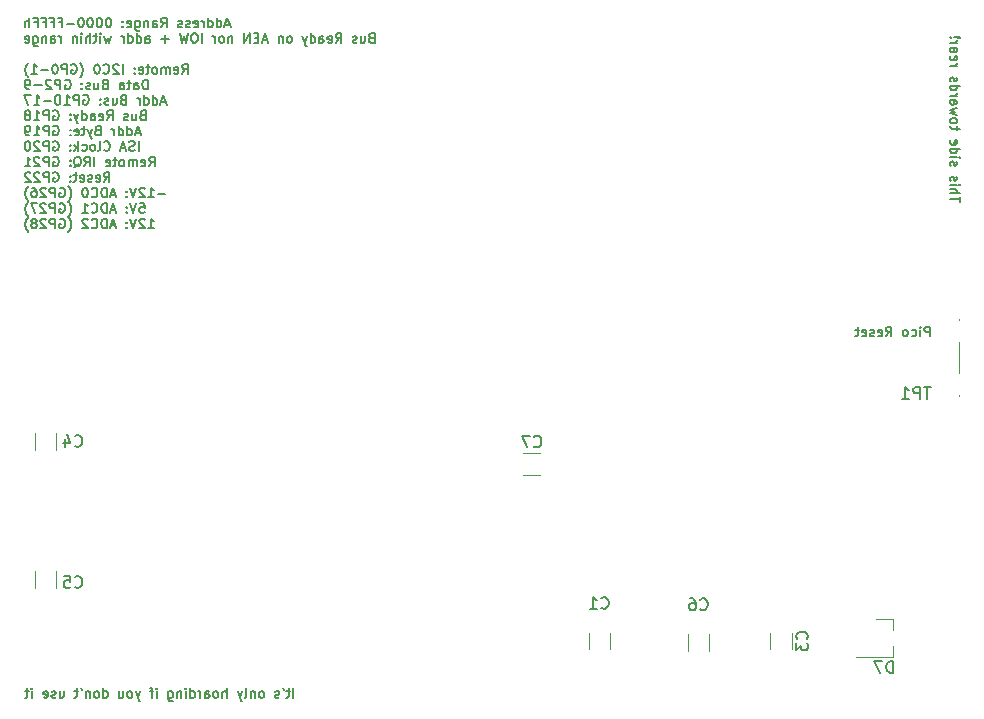
<source format=gbr>
%TF.GenerationSoftware,KiCad,Pcbnew,(6.0.5)*%
%TF.CreationDate,2023-01-02T12:33:01-06:00*%
%TF.ProjectId,ISA rev6,49534120-7265-4763-962e-6b696361645f,rev?*%
%TF.SameCoordinates,Original*%
%TF.FileFunction,Legend,Bot*%
%TF.FilePolarity,Positive*%
%FSLAX46Y46*%
G04 Gerber Fmt 4.6, Leading zero omitted, Abs format (unit mm)*
G04 Created by KiCad (PCBNEW (6.0.5)) date 2023-01-02 12:33:01*
%MOMM*%
%LPD*%
G01*
G04 APERTURE LIST*
%ADD10C,0.152400*%
%ADD11C,0.150000*%
%ADD12C,0.120000*%
G04 APERTURE END LIST*
D10*
X178229380Y-90156695D02*
X178229380Y-89343895D01*
X177919742Y-89343895D01*
X177842333Y-89382600D01*
X177803628Y-89421304D01*
X177764923Y-89498714D01*
X177764923Y-89614828D01*
X177803628Y-89692238D01*
X177842333Y-89730942D01*
X177919742Y-89769647D01*
X178229380Y-89769647D01*
X177416580Y-90156695D02*
X177416580Y-89614828D01*
X177416580Y-89343895D02*
X177455285Y-89382600D01*
X177416580Y-89421304D01*
X177377876Y-89382600D01*
X177416580Y-89343895D01*
X177416580Y-89421304D01*
X176681190Y-90117990D02*
X176758599Y-90156695D01*
X176913419Y-90156695D01*
X176990828Y-90117990D01*
X177029533Y-90079285D01*
X177068238Y-90001876D01*
X177068238Y-89769647D01*
X177029533Y-89692238D01*
X176990828Y-89653533D01*
X176913419Y-89614828D01*
X176758599Y-89614828D01*
X176681190Y-89653533D01*
X176216733Y-90156695D02*
X176294142Y-90117990D01*
X176332847Y-90079285D01*
X176371552Y-90001876D01*
X176371552Y-89769647D01*
X176332847Y-89692238D01*
X176294142Y-89653533D01*
X176216733Y-89614828D01*
X176100619Y-89614828D01*
X176023209Y-89653533D01*
X175984504Y-89692238D01*
X175945799Y-89769647D01*
X175945799Y-90001876D01*
X175984504Y-90079285D01*
X176023209Y-90117990D01*
X176100619Y-90156695D01*
X176216733Y-90156695D01*
X174513723Y-90156695D02*
X174784657Y-89769647D01*
X174978180Y-90156695D02*
X174978180Y-89343895D01*
X174668542Y-89343895D01*
X174591133Y-89382600D01*
X174552428Y-89421304D01*
X174513723Y-89498714D01*
X174513723Y-89614828D01*
X174552428Y-89692238D01*
X174591133Y-89730942D01*
X174668542Y-89769647D01*
X174978180Y-89769647D01*
X173855742Y-90117990D02*
X173933152Y-90156695D01*
X174087971Y-90156695D01*
X174165380Y-90117990D01*
X174204085Y-90040580D01*
X174204085Y-89730942D01*
X174165380Y-89653533D01*
X174087971Y-89614828D01*
X173933152Y-89614828D01*
X173855742Y-89653533D01*
X173817038Y-89730942D01*
X173817038Y-89808352D01*
X174204085Y-89885761D01*
X173507399Y-90117990D02*
X173429990Y-90156695D01*
X173275171Y-90156695D01*
X173197761Y-90117990D01*
X173159057Y-90040580D01*
X173159057Y-90001876D01*
X173197761Y-89924466D01*
X173275171Y-89885761D01*
X173391285Y-89885761D01*
X173468695Y-89847057D01*
X173507399Y-89769647D01*
X173507399Y-89730942D01*
X173468695Y-89653533D01*
X173391285Y-89614828D01*
X173275171Y-89614828D01*
X173197761Y-89653533D01*
X172501076Y-90117990D02*
X172578485Y-90156695D01*
X172733304Y-90156695D01*
X172810714Y-90117990D01*
X172849419Y-90040580D01*
X172849419Y-89730942D01*
X172810714Y-89653533D01*
X172733304Y-89614828D01*
X172578485Y-89614828D01*
X172501076Y-89653533D01*
X172462371Y-89730942D01*
X172462371Y-89808352D01*
X172849419Y-89885761D01*
X172230142Y-89614828D02*
X171920504Y-89614828D01*
X172114028Y-89343895D02*
X172114028Y-90040580D01*
X172075323Y-90117990D01*
X171997914Y-90156695D01*
X171920504Y-90156695D01*
X180785104Y-78799266D02*
X180785104Y-78334809D01*
X179972304Y-78567038D02*
X180785104Y-78567038D01*
X179972304Y-78063876D02*
X180785104Y-78063876D01*
X179972304Y-77715533D02*
X180398057Y-77715533D01*
X180475466Y-77754238D01*
X180514171Y-77831647D01*
X180514171Y-77947761D01*
X180475466Y-78025171D01*
X180436761Y-78063876D01*
X179972304Y-77328485D02*
X180514171Y-77328485D01*
X180785104Y-77328485D02*
X180746400Y-77367190D01*
X180707695Y-77328485D01*
X180746400Y-77289780D01*
X180785104Y-77328485D01*
X180707695Y-77328485D01*
X180011009Y-76980142D02*
X179972304Y-76902733D01*
X179972304Y-76747914D01*
X180011009Y-76670504D01*
X180088419Y-76631800D01*
X180127123Y-76631800D01*
X180204533Y-76670504D01*
X180243238Y-76747914D01*
X180243238Y-76864028D01*
X180281942Y-76941438D01*
X180359352Y-76980142D01*
X180398057Y-76980142D01*
X180475466Y-76941438D01*
X180514171Y-76864028D01*
X180514171Y-76747914D01*
X180475466Y-76670504D01*
X180011009Y-75702885D02*
X179972304Y-75625476D01*
X179972304Y-75470657D01*
X180011009Y-75393247D01*
X180088419Y-75354542D01*
X180127123Y-75354542D01*
X180204533Y-75393247D01*
X180243238Y-75470657D01*
X180243238Y-75586771D01*
X180281942Y-75664180D01*
X180359352Y-75702885D01*
X180398057Y-75702885D01*
X180475466Y-75664180D01*
X180514171Y-75586771D01*
X180514171Y-75470657D01*
X180475466Y-75393247D01*
X179972304Y-75006200D02*
X180514171Y-75006200D01*
X180785104Y-75006200D02*
X180746400Y-75044904D01*
X180707695Y-75006200D01*
X180746400Y-74967495D01*
X180785104Y-75006200D01*
X180707695Y-75006200D01*
X179972304Y-74270809D02*
X180785104Y-74270809D01*
X180011009Y-74270809D02*
X179972304Y-74348219D01*
X179972304Y-74503038D01*
X180011009Y-74580447D01*
X180049714Y-74619152D01*
X180127123Y-74657857D01*
X180359352Y-74657857D01*
X180436761Y-74619152D01*
X180475466Y-74580447D01*
X180514171Y-74503038D01*
X180514171Y-74348219D01*
X180475466Y-74270809D01*
X180011009Y-73574123D02*
X179972304Y-73651533D01*
X179972304Y-73806352D01*
X180011009Y-73883761D01*
X180088419Y-73922466D01*
X180398057Y-73922466D01*
X180475466Y-73883761D01*
X180514171Y-73806352D01*
X180514171Y-73651533D01*
X180475466Y-73574123D01*
X180398057Y-73535419D01*
X180320647Y-73535419D01*
X180243238Y-73922466D01*
X180514171Y-72683914D02*
X180514171Y-72374276D01*
X180785104Y-72567800D02*
X180088419Y-72567800D01*
X180011009Y-72529095D01*
X179972304Y-72451685D01*
X179972304Y-72374276D01*
X179972304Y-71987228D02*
X180011009Y-72064638D01*
X180049714Y-72103342D01*
X180127123Y-72142047D01*
X180359352Y-72142047D01*
X180436761Y-72103342D01*
X180475466Y-72064638D01*
X180514171Y-71987228D01*
X180514171Y-71871114D01*
X180475466Y-71793704D01*
X180436761Y-71755000D01*
X180359352Y-71716295D01*
X180127123Y-71716295D01*
X180049714Y-71755000D01*
X180011009Y-71793704D01*
X179972304Y-71871114D01*
X179972304Y-71987228D01*
X180514171Y-71445361D02*
X179972304Y-71290542D01*
X180359352Y-71135723D01*
X179972304Y-70980904D01*
X180514171Y-70826085D01*
X179972304Y-70168104D02*
X180398057Y-70168104D01*
X180475466Y-70206809D01*
X180514171Y-70284219D01*
X180514171Y-70439038D01*
X180475466Y-70516447D01*
X180011009Y-70168104D02*
X179972304Y-70245514D01*
X179972304Y-70439038D01*
X180011009Y-70516447D01*
X180088419Y-70555152D01*
X180165828Y-70555152D01*
X180243238Y-70516447D01*
X180281942Y-70439038D01*
X180281942Y-70245514D01*
X180320647Y-70168104D01*
X179972304Y-69781057D02*
X180514171Y-69781057D01*
X180359352Y-69781057D02*
X180436761Y-69742352D01*
X180475466Y-69703647D01*
X180514171Y-69626238D01*
X180514171Y-69548828D01*
X179972304Y-68929552D02*
X180785104Y-68929552D01*
X180011009Y-68929552D02*
X179972304Y-69006961D01*
X179972304Y-69161780D01*
X180011009Y-69239190D01*
X180049714Y-69277895D01*
X180127123Y-69316600D01*
X180359352Y-69316600D01*
X180436761Y-69277895D01*
X180475466Y-69239190D01*
X180514171Y-69161780D01*
X180514171Y-69006961D01*
X180475466Y-68929552D01*
X180011009Y-68581209D02*
X179972304Y-68503800D01*
X179972304Y-68348980D01*
X180011009Y-68271571D01*
X180088419Y-68232866D01*
X180127123Y-68232866D01*
X180204533Y-68271571D01*
X180243238Y-68348980D01*
X180243238Y-68465095D01*
X180281942Y-68542504D01*
X180359352Y-68581209D01*
X180398057Y-68581209D01*
X180475466Y-68542504D01*
X180514171Y-68465095D01*
X180514171Y-68348980D01*
X180475466Y-68271571D01*
X179972304Y-67265247D02*
X180514171Y-67265247D01*
X180359352Y-67265247D02*
X180436761Y-67226542D01*
X180475466Y-67187838D01*
X180514171Y-67110428D01*
X180514171Y-67033019D01*
X180011009Y-66452447D02*
X179972304Y-66529857D01*
X179972304Y-66684676D01*
X180011009Y-66762085D01*
X180088419Y-66800790D01*
X180398057Y-66800790D01*
X180475466Y-66762085D01*
X180514171Y-66684676D01*
X180514171Y-66529857D01*
X180475466Y-66452447D01*
X180398057Y-66413742D01*
X180320647Y-66413742D01*
X180243238Y-66800790D01*
X179972304Y-65717057D02*
X180398057Y-65717057D01*
X180475466Y-65755761D01*
X180514171Y-65833171D01*
X180514171Y-65987990D01*
X180475466Y-66065400D01*
X180011009Y-65717057D02*
X179972304Y-65794466D01*
X179972304Y-65987990D01*
X180011009Y-66065400D01*
X180088419Y-66104104D01*
X180165828Y-66104104D01*
X180243238Y-66065400D01*
X180281942Y-65987990D01*
X180281942Y-65794466D01*
X180320647Y-65717057D01*
X179972304Y-65330009D02*
X180514171Y-65330009D01*
X180359352Y-65330009D02*
X180436761Y-65291304D01*
X180475466Y-65252600D01*
X180514171Y-65175190D01*
X180514171Y-65097780D01*
X180049714Y-64826847D02*
X180011009Y-64788142D01*
X179972304Y-64826847D01*
X180011009Y-64865552D01*
X180049714Y-64826847D01*
X179972304Y-64826847D01*
X180281942Y-64826847D02*
X180746400Y-64865552D01*
X180785104Y-64826847D01*
X180746400Y-64788142D01*
X180281942Y-64826847D01*
X180785104Y-64826847D01*
X124331790Y-120763695D02*
X124331790Y-119950895D01*
X124060857Y-120221828D02*
X123751219Y-120221828D01*
X123944742Y-119950895D02*
X123944742Y-120647580D01*
X123906038Y-120724990D01*
X123828628Y-120763695D01*
X123751219Y-120763695D01*
X123441580Y-119950895D02*
X123518990Y-120105714D01*
X123131942Y-120724990D02*
X123054533Y-120763695D01*
X122899714Y-120763695D01*
X122822304Y-120724990D01*
X122783600Y-120647580D01*
X122783600Y-120608876D01*
X122822304Y-120531466D01*
X122899714Y-120492761D01*
X123015828Y-120492761D01*
X123093238Y-120454057D01*
X123131942Y-120376647D01*
X123131942Y-120337942D01*
X123093238Y-120260533D01*
X123015828Y-120221828D01*
X122899714Y-120221828D01*
X122822304Y-120260533D01*
X121699866Y-120763695D02*
X121777276Y-120724990D01*
X121815980Y-120686285D01*
X121854685Y-120608876D01*
X121854685Y-120376647D01*
X121815980Y-120299238D01*
X121777276Y-120260533D01*
X121699866Y-120221828D01*
X121583752Y-120221828D01*
X121506342Y-120260533D01*
X121467638Y-120299238D01*
X121428933Y-120376647D01*
X121428933Y-120608876D01*
X121467638Y-120686285D01*
X121506342Y-120724990D01*
X121583752Y-120763695D01*
X121699866Y-120763695D01*
X121080590Y-120221828D02*
X121080590Y-120763695D01*
X121080590Y-120299238D02*
X121041885Y-120260533D01*
X120964476Y-120221828D01*
X120848361Y-120221828D01*
X120770952Y-120260533D01*
X120732247Y-120337942D01*
X120732247Y-120763695D01*
X120229085Y-120763695D02*
X120306495Y-120724990D01*
X120345200Y-120647580D01*
X120345200Y-119950895D01*
X119996857Y-120221828D02*
X119803333Y-120763695D01*
X119609809Y-120221828D02*
X119803333Y-120763695D01*
X119880742Y-120957219D01*
X119919447Y-120995923D01*
X119996857Y-121034628D01*
X118680895Y-120763695D02*
X118680895Y-119950895D01*
X118332552Y-120763695D02*
X118332552Y-120337942D01*
X118371257Y-120260533D01*
X118448666Y-120221828D01*
X118564780Y-120221828D01*
X118642190Y-120260533D01*
X118680895Y-120299238D01*
X117829390Y-120763695D02*
X117906800Y-120724990D01*
X117945504Y-120686285D01*
X117984209Y-120608876D01*
X117984209Y-120376647D01*
X117945504Y-120299238D01*
X117906800Y-120260533D01*
X117829390Y-120221828D01*
X117713276Y-120221828D01*
X117635866Y-120260533D01*
X117597161Y-120299238D01*
X117558457Y-120376647D01*
X117558457Y-120608876D01*
X117597161Y-120686285D01*
X117635866Y-120724990D01*
X117713276Y-120763695D01*
X117829390Y-120763695D01*
X116861771Y-120763695D02*
X116861771Y-120337942D01*
X116900476Y-120260533D01*
X116977885Y-120221828D01*
X117132704Y-120221828D01*
X117210114Y-120260533D01*
X116861771Y-120724990D02*
X116939180Y-120763695D01*
X117132704Y-120763695D01*
X117210114Y-120724990D01*
X117248819Y-120647580D01*
X117248819Y-120570171D01*
X117210114Y-120492761D01*
X117132704Y-120454057D01*
X116939180Y-120454057D01*
X116861771Y-120415352D01*
X116474723Y-120763695D02*
X116474723Y-120221828D01*
X116474723Y-120376647D02*
X116436019Y-120299238D01*
X116397314Y-120260533D01*
X116319904Y-120221828D01*
X116242495Y-120221828D01*
X115623219Y-120763695D02*
X115623219Y-119950895D01*
X115623219Y-120724990D02*
X115700628Y-120763695D01*
X115855447Y-120763695D01*
X115932857Y-120724990D01*
X115971561Y-120686285D01*
X116010266Y-120608876D01*
X116010266Y-120376647D01*
X115971561Y-120299238D01*
X115932857Y-120260533D01*
X115855447Y-120221828D01*
X115700628Y-120221828D01*
X115623219Y-120260533D01*
X115236171Y-120763695D02*
X115236171Y-120221828D01*
X115236171Y-119950895D02*
X115274876Y-119989600D01*
X115236171Y-120028304D01*
X115197466Y-119989600D01*
X115236171Y-119950895D01*
X115236171Y-120028304D01*
X114849123Y-120221828D02*
X114849123Y-120763695D01*
X114849123Y-120299238D02*
X114810419Y-120260533D01*
X114733009Y-120221828D01*
X114616895Y-120221828D01*
X114539485Y-120260533D01*
X114500780Y-120337942D01*
X114500780Y-120763695D01*
X113765390Y-120221828D02*
X113765390Y-120879809D01*
X113804095Y-120957219D01*
X113842800Y-120995923D01*
X113920209Y-121034628D01*
X114036323Y-121034628D01*
X114113733Y-120995923D01*
X113765390Y-120724990D02*
X113842800Y-120763695D01*
X113997619Y-120763695D01*
X114075028Y-120724990D01*
X114113733Y-120686285D01*
X114152438Y-120608876D01*
X114152438Y-120376647D01*
X114113733Y-120299238D01*
X114075028Y-120260533D01*
X113997619Y-120221828D01*
X113842800Y-120221828D01*
X113765390Y-120260533D01*
X112759066Y-120763695D02*
X112759066Y-120221828D01*
X112759066Y-119950895D02*
X112797771Y-119989600D01*
X112759066Y-120028304D01*
X112720361Y-119989600D01*
X112759066Y-119950895D01*
X112759066Y-120028304D01*
X112488133Y-120221828D02*
X112178495Y-120221828D01*
X112372019Y-120763695D02*
X112372019Y-120067009D01*
X112333314Y-119989600D01*
X112255904Y-119950895D01*
X112178495Y-119950895D01*
X111365695Y-120221828D02*
X111172171Y-120763695D01*
X110978647Y-120221828D02*
X111172171Y-120763695D01*
X111249580Y-120957219D01*
X111288285Y-120995923D01*
X111365695Y-121034628D01*
X110552895Y-120763695D02*
X110630304Y-120724990D01*
X110669009Y-120686285D01*
X110707714Y-120608876D01*
X110707714Y-120376647D01*
X110669009Y-120299238D01*
X110630304Y-120260533D01*
X110552895Y-120221828D01*
X110436780Y-120221828D01*
X110359371Y-120260533D01*
X110320666Y-120299238D01*
X110281961Y-120376647D01*
X110281961Y-120608876D01*
X110320666Y-120686285D01*
X110359371Y-120724990D01*
X110436780Y-120763695D01*
X110552895Y-120763695D01*
X109585276Y-120221828D02*
X109585276Y-120763695D01*
X109933619Y-120221828D02*
X109933619Y-120647580D01*
X109894914Y-120724990D01*
X109817504Y-120763695D01*
X109701390Y-120763695D01*
X109623980Y-120724990D01*
X109585276Y-120686285D01*
X108230609Y-120763695D02*
X108230609Y-119950895D01*
X108230609Y-120724990D02*
X108308019Y-120763695D01*
X108462838Y-120763695D01*
X108540247Y-120724990D01*
X108578952Y-120686285D01*
X108617657Y-120608876D01*
X108617657Y-120376647D01*
X108578952Y-120299238D01*
X108540247Y-120260533D01*
X108462838Y-120221828D01*
X108308019Y-120221828D01*
X108230609Y-120260533D01*
X107727447Y-120763695D02*
X107804857Y-120724990D01*
X107843561Y-120686285D01*
X107882266Y-120608876D01*
X107882266Y-120376647D01*
X107843561Y-120299238D01*
X107804857Y-120260533D01*
X107727447Y-120221828D01*
X107611333Y-120221828D01*
X107533923Y-120260533D01*
X107495219Y-120299238D01*
X107456514Y-120376647D01*
X107456514Y-120608876D01*
X107495219Y-120686285D01*
X107533923Y-120724990D01*
X107611333Y-120763695D01*
X107727447Y-120763695D01*
X107108171Y-120221828D02*
X107108171Y-120763695D01*
X107108171Y-120299238D02*
X107069466Y-120260533D01*
X106992057Y-120221828D01*
X106875942Y-120221828D01*
X106798533Y-120260533D01*
X106759828Y-120337942D01*
X106759828Y-120763695D01*
X106334076Y-119950895D02*
X106411485Y-120105714D01*
X106101847Y-120221828D02*
X105792209Y-120221828D01*
X105985733Y-119950895D02*
X105985733Y-120647580D01*
X105947028Y-120724990D01*
X105869619Y-120763695D01*
X105792209Y-120763695D01*
X104553657Y-120221828D02*
X104553657Y-120763695D01*
X104902000Y-120221828D02*
X104902000Y-120647580D01*
X104863295Y-120724990D01*
X104785885Y-120763695D01*
X104669771Y-120763695D01*
X104592361Y-120724990D01*
X104553657Y-120686285D01*
X104205314Y-120724990D02*
X104127904Y-120763695D01*
X103973085Y-120763695D01*
X103895676Y-120724990D01*
X103856971Y-120647580D01*
X103856971Y-120608876D01*
X103895676Y-120531466D01*
X103973085Y-120492761D01*
X104089200Y-120492761D01*
X104166609Y-120454057D01*
X104205314Y-120376647D01*
X104205314Y-120337942D01*
X104166609Y-120260533D01*
X104089200Y-120221828D01*
X103973085Y-120221828D01*
X103895676Y-120260533D01*
X103198990Y-120724990D02*
X103276400Y-120763695D01*
X103431219Y-120763695D01*
X103508628Y-120724990D01*
X103547333Y-120647580D01*
X103547333Y-120337942D01*
X103508628Y-120260533D01*
X103431219Y-120221828D01*
X103276400Y-120221828D01*
X103198990Y-120260533D01*
X103160285Y-120337942D01*
X103160285Y-120415352D01*
X103547333Y-120492761D01*
X102192666Y-120763695D02*
X102192666Y-120221828D01*
X102192666Y-119950895D02*
X102231371Y-119989600D01*
X102192666Y-120028304D01*
X102153961Y-119989600D01*
X102192666Y-119950895D01*
X102192666Y-120028304D01*
X101921733Y-120221828D02*
X101612095Y-120221828D01*
X101805619Y-119950895D02*
X101805619Y-120647580D01*
X101766914Y-120724990D01*
X101689504Y-120763695D01*
X101612095Y-120763695D01*
X118939612Y-63765514D02*
X118552564Y-63765514D01*
X119017021Y-63997743D02*
X118746088Y-63184943D01*
X118475155Y-63997743D01*
X117855879Y-63997743D02*
X117855879Y-63184943D01*
X117855879Y-63959038D02*
X117933288Y-63997743D01*
X118088107Y-63997743D01*
X118165517Y-63959038D01*
X118204221Y-63920333D01*
X118242926Y-63842924D01*
X118242926Y-63610695D01*
X118204221Y-63533286D01*
X118165517Y-63494581D01*
X118088107Y-63455876D01*
X117933288Y-63455876D01*
X117855879Y-63494581D01*
X117120488Y-63997743D02*
X117120488Y-63184943D01*
X117120488Y-63959038D02*
X117197898Y-63997743D01*
X117352717Y-63997743D01*
X117430126Y-63959038D01*
X117468831Y-63920333D01*
X117507536Y-63842924D01*
X117507536Y-63610695D01*
X117468831Y-63533286D01*
X117430126Y-63494581D01*
X117352717Y-63455876D01*
X117197898Y-63455876D01*
X117120488Y-63494581D01*
X116733440Y-63997743D02*
X116733440Y-63455876D01*
X116733440Y-63610695D02*
X116694736Y-63533286D01*
X116656031Y-63494581D01*
X116578621Y-63455876D01*
X116501212Y-63455876D01*
X115920640Y-63959038D02*
X115998050Y-63997743D01*
X116152869Y-63997743D01*
X116230279Y-63959038D01*
X116268983Y-63881628D01*
X116268983Y-63571990D01*
X116230279Y-63494581D01*
X116152869Y-63455876D01*
X115998050Y-63455876D01*
X115920640Y-63494581D01*
X115881936Y-63571990D01*
X115881936Y-63649400D01*
X116268983Y-63726809D01*
X115572298Y-63959038D02*
X115494888Y-63997743D01*
X115340069Y-63997743D01*
X115262660Y-63959038D01*
X115223955Y-63881628D01*
X115223955Y-63842924D01*
X115262660Y-63765514D01*
X115340069Y-63726809D01*
X115456183Y-63726809D01*
X115533593Y-63688105D01*
X115572298Y-63610695D01*
X115572298Y-63571990D01*
X115533593Y-63494581D01*
X115456183Y-63455876D01*
X115340069Y-63455876D01*
X115262660Y-63494581D01*
X114914317Y-63959038D02*
X114836907Y-63997743D01*
X114682088Y-63997743D01*
X114604679Y-63959038D01*
X114565974Y-63881628D01*
X114565974Y-63842924D01*
X114604679Y-63765514D01*
X114682088Y-63726809D01*
X114798202Y-63726809D01*
X114875612Y-63688105D01*
X114914317Y-63610695D01*
X114914317Y-63571990D01*
X114875612Y-63494581D01*
X114798202Y-63455876D01*
X114682088Y-63455876D01*
X114604679Y-63494581D01*
X113133898Y-63997743D02*
X113404831Y-63610695D01*
X113598355Y-63997743D02*
X113598355Y-63184943D01*
X113288717Y-63184943D01*
X113211307Y-63223648D01*
X113172602Y-63262352D01*
X113133898Y-63339762D01*
X113133898Y-63455876D01*
X113172602Y-63533286D01*
X113211307Y-63571990D01*
X113288717Y-63610695D01*
X113598355Y-63610695D01*
X112437212Y-63997743D02*
X112437212Y-63571990D01*
X112475917Y-63494581D01*
X112553326Y-63455876D01*
X112708145Y-63455876D01*
X112785555Y-63494581D01*
X112437212Y-63959038D02*
X112514621Y-63997743D01*
X112708145Y-63997743D01*
X112785555Y-63959038D01*
X112824260Y-63881628D01*
X112824260Y-63804219D01*
X112785555Y-63726809D01*
X112708145Y-63688105D01*
X112514621Y-63688105D01*
X112437212Y-63649400D01*
X112050164Y-63455876D02*
X112050164Y-63997743D01*
X112050164Y-63533286D02*
X112011460Y-63494581D01*
X111934050Y-63455876D01*
X111817936Y-63455876D01*
X111740526Y-63494581D01*
X111701821Y-63571990D01*
X111701821Y-63997743D01*
X110966431Y-63455876D02*
X110966431Y-64113857D01*
X111005136Y-64191267D01*
X111043840Y-64229971D01*
X111121250Y-64268676D01*
X111237364Y-64268676D01*
X111314774Y-64229971D01*
X110966431Y-63959038D02*
X111043840Y-63997743D01*
X111198660Y-63997743D01*
X111276069Y-63959038D01*
X111314774Y-63920333D01*
X111353479Y-63842924D01*
X111353479Y-63610695D01*
X111314774Y-63533286D01*
X111276069Y-63494581D01*
X111198660Y-63455876D01*
X111043840Y-63455876D01*
X110966431Y-63494581D01*
X110269745Y-63959038D02*
X110347155Y-63997743D01*
X110501974Y-63997743D01*
X110579383Y-63959038D01*
X110618088Y-63881628D01*
X110618088Y-63571990D01*
X110579383Y-63494581D01*
X110501974Y-63455876D01*
X110347155Y-63455876D01*
X110269745Y-63494581D01*
X110231040Y-63571990D01*
X110231040Y-63649400D01*
X110618088Y-63726809D01*
X109882698Y-63920333D02*
X109843993Y-63959038D01*
X109882698Y-63997743D01*
X109921402Y-63959038D01*
X109882698Y-63920333D01*
X109882698Y-63997743D01*
X109882698Y-63494581D02*
X109843993Y-63533286D01*
X109882698Y-63571990D01*
X109921402Y-63533286D01*
X109882698Y-63494581D01*
X109882698Y-63571990D01*
X108721555Y-63184943D02*
X108644145Y-63184943D01*
X108566736Y-63223648D01*
X108528031Y-63262352D01*
X108489326Y-63339762D01*
X108450621Y-63494581D01*
X108450621Y-63688105D01*
X108489326Y-63842924D01*
X108528031Y-63920333D01*
X108566736Y-63959038D01*
X108644145Y-63997743D01*
X108721555Y-63997743D01*
X108798964Y-63959038D01*
X108837669Y-63920333D01*
X108876374Y-63842924D01*
X108915079Y-63688105D01*
X108915079Y-63494581D01*
X108876374Y-63339762D01*
X108837669Y-63262352D01*
X108798964Y-63223648D01*
X108721555Y-63184943D01*
X107947460Y-63184943D02*
X107870050Y-63184943D01*
X107792640Y-63223648D01*
X107753936Y-63262352D01*
X107715231Y-63339762D01*
X107676526Y-63494581D01*
X107676526Y-63688105D01*
X107715231Y-63842924D01*
X107753936Y-63920333D01*
X107792640Y-63959038D01*
X107870050Y-63997743D01*
X107947460Y-63997743D01*
X108024869Y-63959038D01*
X108063574Y-63920333D01*
X108102279Y-63842924D01*
X108140983Y-63688105D01*
X108140983Y-63494581D01*
X108102279Y-63339762D01*
X108063574Y-63262352D01*
X108024869Y-63223648D01*
X107947460Y-63184943D01*
X107173364Y-63184943D02*
X107095955Y-63184943D01*
X107018545Y-63223648D01*
X106979840Y-63262352D01*
X106941136Y-63339762D01*
X106902431Y-63494581D01*
X106902431Y-63688105D01*
X106941136Y-63842924D01*
X106979840Y-63920333D01*
X107018545Y-63959038D01*
X107095955Y-63997743D01*
X107173364Y-63997743D01*
X107250774Y-63959038D01*
X107289479Y-63920333D01*
X107328183Y-63842924D01*
X107366888Y-63688105D01*
X107366888Y-63494581D01*
X107328183Y-63339762D01*
X107289479Y-63262352D01*
X107250774Y-63223648D01*
X107173364Y-63184943D01*
X106399269Y-63184943D02*
X106321860Y-63184943D01*
X106244450Y-63223648D01*
X106205745Y-63262352D01*
X106167040Y-63339762D01*
X106128336Y-63494581D01*
X106128336Y-63688105D01*
X106167040Y-63842924D01*
X106205745Y-63920333D01*
X106244450Y-63959038D01*
X106321860Y-63997743D01*
X106399269Y-63997743D01*
X106476679Y-63959038D01*
X106515383Y-63920333D01*
X106554088Y-63842924D01*
X106592793Y-63688105D01*
X106592793Y-63494581D01*
X106554088Y-63339762D01*
X106515383Y-63262352D01*
X106476679Y-63223648D01*
X106399269Y-63184943D01*
X105779993Y-63688105D02*
X105160717Y-63688105D01*
X104502736Y-63571990D02*
X104773669Y-63571990D01*
X104773669Y-63997743D02*
X104773669Y-63184943D01*
X104386621Y-63184943D01*
X103806050Y-63571990D02*
X104076983Y-63571990D01*
X104076983Y-63997743D02*
X104076983Y-63184943D01*
X103689936Y-63184943D01*
X103109364Y-63571990D02*
X103380298Y-63571990D01*
X103380298Y-63997743D02*
X103380298Y-63184943D01*
X102993250Y-63184943D01*
X102412679Y-63571990D02*
X102683612Y-63571990D01*
X102683612Y-63997743D02*
X102683612Y-63184943D01*
X102296564Y-63184943D01*
X101986926Y-63997743D02*
X101986926Y-63184943D01*
X101638583Y-63997743D02*
X101638583Y-63571990D01*
X101677288Y-63494581D01*
X101754698Y-63455876D01*
X101870812Y-63455876D01*
X101948221Y-63494581D01*
X101986926Y-63533286D01*
X130938088Y-64880598D02*
X130821974Y-64919303D01*
X130783269Y-64958008D01*
X130744564Y-65035417D01*
X130744564Y-65151532D01*
X130783269Y-65228941D01*
X130821974Y-65267646D01*
X130899383Y-65306351D01*
X131209021Y-65306351D01*
X131209021Y-64493551D01*
X130938088Y-64493551D01*
X130860679Y-64532256D01*
X130821974Y-64570960D01*
X130783269Y-64648370D01*
X130783269Y-64725779D01*
X130821974Y-64803189D01*
X130860679Y-64841894D01*
X130938088Y-64880598D01*
X131209021Y-64880598D01*
X130047879Y-64764484D02*
X130047879Y-65306351D01*
X130396221Y-64764484D02*
X130396221Y-65190236D01*
X130357517Y-65267646D01*
X130280107Y-65306351D01*
X130163993Y-65306351D01*
X130086583Y-65267646D01*
X130047879Y-65228941D01*
X129699536Y-65267646D02*
X129622126Y-65306351D01*
X129467307Y-65306351D01*
X129389898Y-65267646D01*
X129351193Y-65190236D01*
X129351193Y-65151532D01*
X129389898Y-65074122D01*
X129467307Y-65035417D01*
X129583421Y-65035417D01*
X129660831Y-64996713D01*
X129699536Y-64919303D01*
X129699536Y-64880598D01*
X129660831Y-64803189D01*
X129583421Y-64764484D01*
X129467307Y-64764484D01*
X129389898Y-64803189D01*
X127919117Y-65306351D02*
X128190050Y-64919303D01*
X128383574Y-65306351D02*
X128383574Y-64493551D01*
X128073936Y-64493551D01*
X127996526Y-64532256D01*
X127957821Y-64570960D01*
X127919117Y-64648370D01*
X127919117Y-64764484D01*
X127957821Y-64841894D01*
X127996526Y-64880598D01*
X128073936Y-64919303D01*
X128383574Y-64919303D01*
X127261136Y-65267646D02*
X127338545Y-65306351D01*
X127493364Y-65306351D01*
X127570774Y-65267646D01*
X127609479Y-65190236D01*
X127609479Y-64880598D01*
X127570774Y-64803189D01*
X127493364Y-64764484D01*
X127338545Y-64764484D01*
X127261136Y-64803189D01*
X127222431Y-64880598D01*
X127222431Y-64958008D01*
X127609479Y-65035417D01*
X126525745Y-65306351D02*
X126525745Y-64880598D01*
X126564450Y-64803189D01*
X126641860Y-64764484D01*
X126796679Y-64764484D01*
X126874088Y-64803189D01*
X126525745Y-65267646D02*
X126603155Y-65306351D01*
X126796679Y-65306351D01*
X126874088Y-65267646D01*
X126912793Y-65190236D01*
X126912793Y-65112827D01*
X126874088Y-65035417D01*
X126796679Y-64996713D01*
X126603155Y-64996713D01*
X126525745Y-64958008D01*
X125790355Y-65306351D02*
X125790355Y-64493551D01*
X125790355Y-65267646D02*
X125867764Y-65306351D01*
X126022583Y-65306351D01*
X126099993Y-65267646D01*
X126138698Y-65228941D01*
X126177402Y-65151532D01*
X126177402Y-64919303D01*
X126138698Y-64841894D01*
X126099993Y-64803189D01*
X126022583Y-64764484D01*
X125867764Y-64764484D01*
X125790355Y-64803189D01*
X125480717Y-64764484D02*
X125287193Y-65306351D01*
X125093669Y-64764484D02*
X125287193Y-65306351D01*
X125364602Y-65499875D01*
X125403307Y-65538579D01*
X125480717Y-65577284D01*
X124048640Y-65306351D02*
X124126050Y-65267646D01*
X124164755Y-65228941D01*
X124203460Y-65151532D01*
X124203460Y-64919303D01*
X124164755Y-64841894D01*
X124126050Y-64803189D01*
X124048640Y-64764484D01*
X123932526Y-64764484D01*
X123855117Y-64803189D01*
X123816412Y-64841894D01*
X123777707Y-64919303D01*
X123777707Y-65151532D01*
X123816412Y-65228941D01*
X123855117Y-65267646D01*
X123932526Y-65306351D01*
X124048640Y-65306351D01*
X123429364Y-64764484D02*
X123429364Y-65306351D01*
X123429364Y-64841894D02*
X123390660Y-64803189D01*
X123313250Y-64764484D01*
X123197136Y-64764484D01*
X123119726Y-64803189D01*
X123081021Y-64880598D01*
X123081021Y-65306351D01*
X122113402Y-65074122D02*
X121726355Y-65074122D01*
X122190812Y-65306351D02*
X121919879Y-64493551D01*
X121648945Y-65306351D01*
X121378012Y-64880598D02*
X121107079Y-64880598D01*
X120990964Y-65306351D02*
X121378012Y-65306351D01*
X121378012Y-64493551D01*
X120990964Y-64493551D01*
X120642621Y-65306351D02*
X120642621Y-64493551D01*
X120178164Y-65306351D01*
X120178164Y-64493551D01*
X119171840Y-64764484D02*
X119171840Y-65306351D01*
X119171840Y-64841894D02*
X119133136Y-64803189D01*
X119055726Y-64764484D01*
X118939612Y-64764484D01*
X118862202Y-64803189D01*
X118823498Y-64880598D01*
X118823498Y-65306351D01*
X118320336Y-65306351D02*
X118397745Y-65267646D01*
X118436450Y-65228941D01*
X118475155Y-65151532D01*
X118475155Y-64919303D01*
X118436450Y-64841894D01*
X118397745Y-64803189D01*
X118320336Y-64764484D01*
X118204221Y-64764484D01*
X118126812Y-64803189D01*
X118088107Y-64841894D01*
X118049402Y-64919303D01*
X118049402Y-65151532D01*
X118088107Y-65228941D01*
X118126812Y-65267646D01*
X118204221Y-65306351D01*
X118320336Y-65306351D01*
X117701060Y-65306351D02*
X117701060Y-64764484D01*
X117701060Y-64919303D02*
X117662355Y-64841894D01*
X117623650Y-64803189D01*
X117546240Y-64764484D01*
X117468831Y-64764484D01*
X116578621Y-65306351D02*
X116578621Y-64493551D01*
X116036755Y-64493551D02*
X115881936Y-64493551D01*
X115804526Y-64532256D01*
X115727117Y-64609665D01*
X115688412Y-64764484D01*
X115688412Y-65035417D01*
X115727117Y-65190236D01*
X115804526Y-65267646D01*
X115881936Y-65306351D01*
X116036755Y-65306351D01*
X116114164Y-65267646D01*
X116191574Y-65190236D01*
X116230279Y-65035417D01*
X116230279Y-64764484D01*
X116191574Y-64609665D01*
X116114164Y-64532256D01*
X116036755Y-64493551D01*
X115417479Y-64493551D02*
X115223955Y-65306351D01*
X115069136Y-64725779D01*
X114914317Y-65306351D01*
X114720793Y-64493551D01*
X113791879Y-64996713D02*
X113172602Y-64996713D01*
X113482240Y-65306351D02*
X113482240Y-64687075D01*
X111817936Y-65306351D02*
X111817936Y-64880598D01*
X111856640Y-64803189D01*
X111934050Y-64764484D01*
X112088869Y-64764484D01*
X112166279Y-64803189D01*
X111817936Y-65267646D02*
X111895345Y-65306351D01*
X112088869Y-65306351D01*
X112166279Y-65267646D01*
X112204983Y-65190236D01*
X112204983Y-65112827D01*
X112166279Y-65035417D01*
X112088869Y-64996713D01*
X111895345Y-64996713D01*
X111817936Y-64958008D01*
X111082545Y-65306351D02*
X111082545Y-64493551D01*
X111082545Y-65267646D02*
X111159955Y-65306351D01*
X111314774Y-65306351D01*
X111392183Y-65267646D01*
X111430888Y-65228941D01*
X111469593Y-65151532D01*
X111469593Y-64919303D01*
X111430888Y-64841894D01*
X111392183Y-64803189D01*
X111314774Y-64764484D01*
X111159955Y-64764484D01*
X111082545Y-64803189D01*
X110347155Y-65306351D02*
X110347155Y-64493551D01*
X110347155Y-65267646D02*
X110424564Y-65306351D01*
X110579383Y-65306351D01*
X110656793Y-65267646D01*
X110695498Y-65228941D01*
X110734202Y-65151532D01*
X110734202Y-64919303D01*
X110695498Y-64841894D01*
X110656793Y-64803189D01*
X110579383Y-64764484D01*
X110424564Y-64764484D01*
X110347155Y-64803189D01*
X109960107Y-65306351D02*
X109960107Y-64764484D01*
X109960107Y-64919303D02*
X109921402Y-64841894D01*
X109882698Y-64803189D01*
X109805288Y-64764484D01*
X109727879Y-64764484D01*
X108915079Y-64764484D02*
X108760260Y-65306351D01*
X108605440Y-64919303D01*
X108450621Y-65306351D01*
X108295802Y-64764484D01*
X107986164Y-65306351D02*
X107986164Y-64764484D01*
X107986164Y-64493551D02*
X108024869Y-64532256D01*
X107986164Y-64570960D01*
X107947460Y-64532256D01*
X107986164Y-64493551D01*
X107986164Y-64570960D01*
X107715231Y-64764484D02*
X107405593Y-64764484D01*
X107599117Y-64493551D02*
X107599117Y-65190236D01*
X107560412Y-65267646D01*
X107483002Y-65306351D01*
X107405593Y-65306351D01*
X107134660Y-65306351D02*
X107134660Y-64493551D01*
X106786317Y-65306351D02*
X106786317Y-64880598D01*
X106825021Y-64803189D01*
X106902431Y-64764484D01*
X107018545Y-64764484D01*
X107095955Y-64803189D01*
X107134660Y-64841894D01*
X106399269Y-65306351D02*
X106399269Y-64764484D01*
X106399269Y-64493551D02*
X106437974Y-64532256D01*
X106399269Y-64570960D01*
X106360564Y-64532256D01*
X106399269Y-64493551D01*
X106399269Y-64570960D01*
X106012221Y-64764484D02*
X106012221Y-65306351D01*
X106012221Y-64841894D02*
X105973517Y-64803189D01*
X105896107Y-64764484D01*
X105779993Y-64764484D01*
X105702583Y-64803189D01*
X105663879Y-64880598D01*
X105663879Y-65306351D01*
X104657555Y-65306351D02*
X104657555Y-64764484D01*
X104657555Y-64919303D02*
X104618850Y-64841894D01*
X104580145Y-64803189D01*
X104502736Y-64764484D01*
X104425326Y-64764484D01*
X103806050Y-65306351D02*
X103806050Y-64880598D01*
X103844755Y-64803189D01*
X103922164Y-64764484D01*
X104076983Y-64764484D01*
X104154393Y-64803189D01*
X103806050Y-65267646D02*
X103883460Y-65306351D01*
X104076983Y-65306351D01*
X104154393Y-65267646D01*
X104193098Y-65190236D01*
X104193098Y-65112827D01*
X104154393Y-65035417D01*
X104076983Y-64996713D01*
X103883460Y-64996713D01*
X103806050Y-64958008D01*
X103419002Y-64764484D02*
X103419002Y-65306351D01*
X103419002Y-64841894D02*
X103380298Y-64803189D01*
X103302888Y-64764484D01*
X103186774Y-64764484D01*
X103109364Y-64803189D01*
X103070660Y-64880598D01*
X103070660Y-65306351D01*
X102335269Y-64764484D02*
X102335269Y-65422465D01*
X102373974Y-65499875D01*
X102412679Y-65538579D01*
X102490088Y-65577284D01*
X102606202Y-65577284D01*
X102683612Y-65538579D01*
X102335269Y-65267646D02*
X102412679Y-65306351D01*
X102567498Y-65306351D01*
X102644907Y-65267646D01*
X102683612Y-65228941D01*
X102722317Y-65151532D01*
X102722317Y-64919303D01*
X102683612Y-64841894D01*
X102644907Y-64803189D01*
X102567498Y-64764484D01*
X102412679Y-64764484D01*
X102335269Y-64803189D01*
X101638583Y-65267646D02*
X101715993Y-65306351D01*
X101870812Y-65306351D01*
X101948221Y-65267646D01*
X101986926Y-65190236D01*
X101986926Y-64880598D01*
X101948221Y-64803189D01*
X101870812Y-64764484D01*
X101715993Y-64764484D01*
X101638583Y-64803189D01*
X101599879Y-64880598D01*
X101599879Y-64958008D01*
X101986926Y-65035417D01*
X114914317Y-67923567D02*
X115185250Y-67536519D01*
X115378774Y-67923567D02*
X115378774Y-67110767D01*
X115069136Y-67110767D01*
X114991726Y-67149472D01*
X114953021Y-67188176D01*
X114914317Y-67265586D01*
X114914317Y-67381700D01*
X114953021Y-67459110D01*
X114991726Y-67497814D01*
X115069136Y-67536519D01*
X115378774Y-67536519D01*
X114256336Y-67884862D02*
X114333745Y-67923567D01*
X114488564Y-67923567D01*
X114565974Y-67884862D01*
X114604679Y-67807452D01*
X114604679Y-67497814D01*
X114565974Y-67420405D01*
X114488564Y-67381700D01*
X114333745Y-67381700D01*
X114256336Y-67420405D01*
X114217631Y-67497814D01*
X114217631Y-67575224D01*
X114604679Y-67652633D01*
X113869288Y-67923567D02*
X113869288Y-67381700D01*
X113869288Y-67459110D02*
X113830583Y-67420405D01*
X113753174Y-67381700D01*
X113637060Y-67381700D01*
X113559650Y-67420405D01*
X113520945Y-67497814D01*
X113520945Y-67923567D01*
X113520945Y-67497814D02*
X113482240Y-67420405D01*
X113404831Y-67381700D01*
X113288717Y-67381700D01*
X113211307Y-67420405D01*
X113172602Y-67497814D01*
X113172602Y-67923567D01*
X112669440Y-67923567D02*
X112746850Y-67884862D01*
X112785555Y-67846157D01*
X112824260Y-67768748D01*
X112824260Y-67536519D01*
X112785555Y-67459110D01*
X112746850Y-67420405D01*
X112669440Y-67381700D01*
X112553326Y-67381700D01*
X112475917Y-67420405D01*
X112437212Y-67459110D01*
X112398507Y-67536519D01*
X112398507Y-67768748D01*
X112437212Y-67846157D01*
X112475917Y-67884862D01*
X112553326Y-67923567D01*
X112669440Y-67923567D01*
X112166279Y-67381700D02*
X111856640Y-67381700D01*
X112050164Y-67110767D02*
X112050164Y-67807452D01*
X112011460Y-67884862D01*
X111934050Y-67923567D01*
X111856640Y-67923567D01*
X111276069Y-67884862D02*
X111353479Y-67923567D01*
X111508298Y-67923567D01*
X111585707Y-67884862D01*
X111624412Y-67807452D01*
X111624412Y-67497814D01*
X111585707Y-67420405D01*
X111508298Y-67381700D01*
X111353479Y-67381700D01*
X111276069Y-67420405D01*
X111237364Y-67497814D01*
X111237364Y-67575224D01*
X111624412Y-67652633D01*
X110889021Y-67846157D02*
X110850317Y-67884862D01*
X110889021Y-67923567D01*
X110927726Y-67884862D01*
X110889021Y-67846157D01*
X110889021Y-67923567D01*
X110889021Y-67420405D02*
X110850317Y-67459110D01*
X110889021Y-67497814D01*
X110927726Y-67459110D01*
X110889021Y-67420405D01*
X110889021Y-67497814D01*
X109882698Y-67923567D02*
X109882698Y-67110767D01*
X109534355Y-67188176D02*
X109495650Y-67149472D01*
X109418240Y-67110767D01*
X109224717Y-67110767D01*
X109147307Y-67149472D01*
X109108602Y-67188176D01*
X109069898Y-67265586D01*
X109069898Y-67342995D01*
X109108602Y-67459110D01*
X109573060Y-67923567D01*
X109069898Y-67923567D01*
X108257098Y-67846157D02*
X108295802Y-67884862D01*
X108411917Y-67923567D01*
X108489326Y-67923567D01*
X108605440Y-67884862D01*
X108682850Y-67807452D01*
X108721555Y-67730043D01*
X108760260Y-67575224D01*
X108760260Y-67459110D01*
X108721555Y-67304291D01*
X108682850Y-67226881D01*
X108605440Y-67149472D01*
X108489326Y-67110767D01*
X108411917Y-67110767D01*
X108295802Y-67149472D01*
X108257098Y-67188176D01*
X107753936Y-67110767D02*
X107676526Y-67110767D01*
X107599117Y-67149472D01*
X107560412Y-67188176D01*
X107521707Y-67265586D01*
X107483002Y-67420405D01*
X107483002Y-67613929D01*
X107521707Y-67768748D01*
X107560412Y-67846157D01*
X107599117Y-67884862D01*
X107676526Y-67923567D01*
X107753936Y-67923567D01*
X107831345Y-67884862D01*
X107870050Y-67846157D01*
X107908755Y-67768748D01*
X107947460Y-67613929D01*
X107947460Y-67420405D01*
X107908755Y-67265586D01*
X107870050Y-67188176D01*
X107831345Y-67149472D01*
X107753936Y-67110767D01*
X106283155Y-68233205D02*
X106321860Y-68194500D01*
X106399269Y-68078386D01*
X106437974Y-68000976D01*
X106476679Y-67884862D01*
X106515383Y-67691338D01*
X106515383Y-67536519D01*
X106476679Y-67342995D01*
X106437974Y-67226881D01*
X106399269Y-67149472D01*
X106321860Y-67033357D01*
X106283155Y-66994652D01*
X105547764Y-67149472D02*
X105625174Y-67110767D01*
X105741288Y-67110767D01*
X105857402Y-67149472D01*
X105934812Y-67226881D01*
X105973517Y-67304291D01*
X106012221Y-67459110D01*
X106012221Y-67575224D01*
X105973517Y-67730043D01*
X105934812Y-67807452D01*
X105857402Y-67884862D01*
X105741288Y-67923567D01*
X105663879Y-67923567D01*
X105547764Y-67884862D01*
X105509060Y-67846157D01*
X105509060Y-67575224D01*
X105663879Y-67575224D01*
X105160717Y-67923567D02*
X105160717Y-67110767D01*
X104851079Y-67110767D01*
X104773669Y-67149472D01*
X104734964Y-67188176D01*
X104696260Y-67265586D01*
X104696260Y-67381700D01*
X104734964Y-67459110D01*
X104773669Y-67497814D01*
X104851079Y-67536519D01*
X105160717Y-67536519D01*
X104193098Y-67110767D02*
X104115688Y-67110767D01*
X104038279Y-67149472D01*
X103999574Y-67188176D01*
X103960869Y-67265586D01*
X103922164Y-67420405D01*
X103922164Y-67613929D01*
X103960869Y-67768748D01*
X103999574Y-67846157D01*
X104038279Y-67884862D01*
X104115688Y-67923567D01*
X104193098Y-67923567D01*
X104270507Y-67884862D01*
X104309212Y-67846157D01*
X104347917Y-67768748D01*
X104386621Y-67613929D01*
X104386621Y-67420405D01*
X104347917Y-67265586D01*
X104309212Y-67188176D01*
X104270507Y-67149472D01*
X104193098Y-67110767D01*
X103573821Y-67613929D02*
X102954545Y-67613929D01*
X102141745Y-67923567D02*
X102606202Y-67923567D01*
X102373974Y-67923567D02*
X102373974Y-67110767D01*
X102451383Y-67226881D01*
X102528793Y-67304291D01*
X102606202Y-67342995D01*
X101870812Y-68233205D02*
X101832107Y-68194500D01*
X101754698Y-68078386D01*
X101715993Y-68000976D01*
X101677288Y-67884862D01*
X101638583Y-67691338D01*
X101638583Y-67536519D01*
X101677288Y-67342995D01*
X101715993Y-67226881D01*
X101754698Y-67149472D01*
X101832107Y-67033357D01*
X101870812Y-66994652D01*
X112011460Y-69232175D02*
X112011460Y-68419375D01*
X111817936Y-68419375D01*
X111701821Y-68458080D01*
X111624412Y-68535489D01*
X111585707Y-68612899D01*
X111547002Y-68767718D01*
X111547002Y-68883832D01*
X111585707Y-69038651D01*
X111624412Y-69116060D01*
X111701821Y-69193470D01*
X111817936Y-69232175D01*
X112011460Y-69232175D01*
X110850317Y-69232175D02*
X110850317Y-68806422D01*
X110889021Y-68729013D01*
X110966431Y-68690308D01*
X111121250Y-68690308D01*
X111198660Y-68729013D01*
X110850317Y-69193470D02*
X110927726Y-69232175D01*
X111121250Y-69232175D01*
X111198660Y-69193470D01*
X111237364Y-69116060D01*
X111237364Y-69038651D01*
X111198660Y-68961241D01*
X111121250Y-68922537D01*
X110927726Y-68922537D01*
X110850317Y-68883832D01*
X110579383Y-68690308D02*
X110269745Y-68690308D01*
X110463269Y-68419375D02*
X110463269Y-69116060D01*
X110424564Y-69193470D01*
X110347155Y-69232175D01*
X110269745Y-69232175D01*
X109650469Y-69232175D02*
X109650469Y-68806422D01*
X109689174Y-68729013D01*
X109766583Y-68690308D01*
X109921402Y-68690308D01*
X109998812Y-68729013D01*
X109650469Y-69193470D02*
X109727879Y-69232175D01*
X109921402Y-69232175D01*
X109998812Y-69193470D01*
X110037517Y-69116060D01*
X110037517Y-69038651D01*
X109998812Y-68961241D01*
X109921402Y-68922537D01*
X109727879Y-68922537D01*
X109650469Y-68883832D01*
X108373212Y-68806422D02*
X108257098Y-68845127D01*
X108218393Y-68883832D01*
X108179688Y-68961241D01*
X108179688Y-69077356D01*
X108218393Y-69154765D01*
X108257098Y-69193470D01*
X108334507Y-69232175D01*
X108644145Y-69232175D01*
X108644145Y-68419375D01*
X108373212Y-68419375D01*
X108295802Y-68458080D01*
X108257098Y-68496784D01*
X108218393Y-68574194D01*
X108218393Y-68651603D01*
X108257098Y-68729013D01*
X108295802Y-68767718D01*
X108373212Y-68806422D01*
X108644145Y-68806422D01*
X107483002Y-68690308D02*
X107483002Y-69232175D01*
X107831345Y-68690308D02*
X107831345Y-69116060D01*
X107792640Y-69193470D01*
X107715231Y-69232175D01*
X107599117Y-69232175D01*
X107521707Y-69193470D01*
X107483002Y-69154765D01*
X107134660Y-69193470D02*
X107057250Y-69232175D01*
X106902431Y-69232175D01*
X106825021Y-69193470D01*
X106786317Y-69116060D01*
X106786317Y-69077356D01*
X106825021Y-68999946D01*
X106902431Y-68961241D01*
X107018545Y-68961241D01*
X107095955Y-68922537D01*
X107134660Y-68845127D01*
X107134660Y-68806422D01*
X107095955Y-68729013D01*
X107018545Y-68690308D01*
X106902431Y-68690308D01*
X106825021Y-68729013D01*
X106437974Y-69154765D02*
X106399269Y-69193470D01*
X106437974Y-69232175D01*
X106476679Y-69193470D01*
X106437974Y-69154765D01*
X106437974Y-69232175D01*
X106437974Y-68729013D02*
X106399269Y-68767718D01*
X106437974Y-68806422D01*
X106476679Y-68767718D01*
X106437974Y-68729013D01*
X106437974Y-68806422D01*
X105005898Y-68458080D02*
X105083307Y-68419375D01*
X105199421Y-68419375D01*
X105315536Y-68458080D01*
X105392945Y-68535489D01*
X105431650Y-68612899D01*
X105470355Y-68767718D01*
X105470355Y-68883832D01*
X105431650Y-69038651D01*
X105392945Y-69116060D01*
X105315536Y-69193470D01*
X105199421Y-69232175D01*
X105122012Y-69232175D01*
X105005898Y-69193470D01*
X104967193Y-69154765D01*
X104967193Y-68883832D01*
X105122012Y-68883832D01*
X104618850Y-69232175D02*
X104618850Y-68419375D01*
X104309212Y-68419375D01*
X104231802Y-68458080D01*
X104193098Y-68496784D01*
X104154393Y-68574194D01*
X104154393Y-68690308D01*
X104193098Y-68767718D01*
X104231802Y-68806422D01*
X104309212Y-68845127D01*
X104618850Y-68845127D01*
X103844755Y-68496784D02*
X103806050Y-68458080D01*
X103728640Y-68419375D01*
X103535117Y-68419375D01*
X103457707Y-68458080D01*
X103419002Y-68496784D01*
X103380298Y-68574194D01*
X103380298Y-68651603D01*
X103419002Y-68767718D01*
X103883460Y-69232175D01*
X103380298Y-69232175D01*
X103031955Y-68922537D02*
X102412679Y-68922537D01*
X101986926Y-69232175D02*
X101832107Y-69232175D01*
X101754698Y-69193470D01*
X101715993Y-69154765D01*
X101638583Y-69038651D01*
X101599879Y-68883832D01*
X101599879Y-68574194D01*
X101638583Y-68496784D01*
X101677288Y-68458080D01*
X101754698Y-68419375D01*
X101909517Y-68419375D01*
X101986926Y-68458080D01*
X102025631Y-68496784D01*
X102064336Y-68574194D01*
X102064336Y-68767718D01*
X102025631Y-68845127D01*
X101986926Y-68883832D01*
X101909517Y-68922537D01*
X101754698Y-68922537D01*
X101677288Y-68883832D01*
X101638583Y-68845127D01*
X101599879Y-68767718D01*
X113520945Y-70308554D02*
X113133898Y-70308554D01*
X113598355Y-70540783D02*
X113327421Y-69727983D01*
X113056488Y-70540783D01*
X112437212Y-70540783D02*
X112437212Y-69727983D01*
X112437212Y-70502078D02*
X112514621Y-70540783D01*
X112669440Y-70540783D01*
X112746850Y-70502078D01*
X112785555Y-70463373D01*
X112824260Y-70385964D01*
X112824260Y-70153735D01*
X112785555Y-70076326D01*
X112746850Y-70037621D01*
X112669440Y-69998916D01*
X112514621Y-69998916D01*
X112437212Y-70037621D01*
X111701821Y-70540783D02*
X111701821Y-69727983D01*
X111701821Y-70502078D02*
X111779231Y-70540783D01*
X111934050Y-70540783D01*
X112011460Y-70502078D01*
X112050164Y-70463373D01*
X112088869Y-70385964D01*
X112088869Y-70153735D01*
X112050164Y-70076326D01*
X112011460Y-70037621D01*
X111934050Y-69998916D01*
X111779231Y-69998916D01*
X111701821Y-70037621D01*
X111314774Y-70540783D02*
X111314774Y-69998916D01*
X111314774Y-70153735D02*
X111276069Y-70076326D01*
X111237364Y-70037621D01*
X111159955Y-69998916D01*
X111082545Y-69998916D01*
X109921402Y-70115030D02*
X109805288Y-70153735D01*
X109766583Y-70192440D01*
X109727879Y-70269849D01*
X109727879Y-70385964D01*
X109766583Y-70463373D01*
X109805288Y-70502078D01*
X109882698Y-70540783D01*
X110192336Y-70540783D01*
X110192336Y-69727983D01*
X109921402Y-69727983D01*
X109843993Y-69766688D01*
X109805288Y-69805392D01*
X109766583Y-69882802D01*
X109766583Y-69960211D01*
X109805288Y-70037621D01*
X109843993Y-70076326D01*
X109921402Y-70115030D01*
X110192336Y-70115030D01*
X109031193Y-69998916D02*
X109031193Y-70540783D01*
X109379536Y-69998916D02*
X109379536Y-70424668D01*
X109340831Y-70502078D01*
X109263421Y-70540783D01*
X109147307Y-70540783D01*
X109069898Y-70502078D01*
X109031193Y-70463373D01*
X108682850Y-70502078D02*
X108605440Y-70540783D01*
X108450621Y-70540783D01*
X108373212Y-70502078D01*
X108334507Y-70424668D01*
X108334507Y-70385964D01*
X108373212Y-70308554D01*
X108450621Y-70269849D01*
X108566736Y-70269849D01*
X108644145Y-70231145D01*
X108682850Y-70153735D01*
X108682850Y-70115030D01*
X108644145Y-70037621D01*
X108566736Y-69998916D01*
X108450621Y-69998916D01*
X108373212Y-70037621D01*
X107986164Y-70463373D02*
X107947460Y-70502078D01*
X107986164Y-70540783D01*
X108024869Y-70502078D01*
X107986164Y-70463373D01*
X107986164Y-70540783D01*
X107986164Y-70037621D02*
X107947460Y-70076326D01*
X107986164Y-70115030D01*
X108024869Y-70076326D01*
X107986164Y-70037621D01*
X107986164Y-70115030D01*
X106554088Y-69766688D02*
X106631498Y-69727983D01*
X106747612Y-69727983D01*
X106863726Y-69766688D01*
X106941136Y-69844097D01*
X106979840Y-69921507D01*
X107018545Y-70076326D01*
X107018545Y-70192440D01*
X106979840Y-70347259D01*
X106941136Y-70424668D01*
X106863726Y-70502078D01*
X106747612Y-70540783D01*
X106670202Y-70540783D01*
X106554088Y-70502078D01*
X106515383Y-70463373D01*
X106515383Y-70192440D01*
X106670202Y-70192440D01*
X106167040Y-70540783D02*
X106167040Y-69727983D01*
X105857402Y-69727983D01*
X105779993Y-69766688D01*
X105741288Y-69805392D01*
X105702583Y-69882802D01*
X105702583Y-69998916D01*
X105741288Y-70076326D01*
X105779993Y-70115030D01*
X105857402Y-70153735D01*
X106167040Y-70153735D01*
X104928488Y-70540783D02*
X105392945Y-70540783D01*
X105160717Y-70540783D02*
X105160717Y-69727983D01*
X105238126Y-69844097D01*
X105315536Y-69921507D01*
X105392945Y-69960211D01*
X104425326Y-69727983D02*
X104347917Y-69727983D01*
X104270507Y-69766688D01*
X104231802Y-69805392D01*
X104193098Y-69882802D01*
X104154393Y-70037621D01*
X104154393Y-70231145D01*
X104193098Y-70385964D01*
X104231802Y-70463373D01*
X104270507Y-70502078D01*
X104347917Y-70540783D01*
X104425326Y-70540783D01*
X104502736Y-70502078D01*
X104541440Y-70463373D01*
X104580145Y-70385964D01*
X104618850Y-70231145D01*
X104618850Y-70037621D01*
X104580145Y-69882802D01*
X104541440Y-69805392D01*
X104502736Y-69766688D01*
X104425326Y-69727983D01*
X103806050Y-70231145D02*
X103186774Y-70231145D01*
X102373974Y-70540783D02*
X102838431Y-70540783D01*
X102606202Y-70540783D02*
X102606202Y-69727983D01*
X102683612Y-69844097D01*
X102761021Y-69921507D01*
X102838431Y-69960211D01*
X102103040Y-69727983D02*
X101561174Y-69727983D01*
X101909517Y-70540783D01*
X111585707Y-71423638D02*
X111469593Y-71462343D01*
X111430888Y-71501048D01*
X111392183Y-71578457D01*
X111392183Y-71694572D01*
X111430888Y-71771981D01*
X111469593Y-71810686D01*
X111547002Y-71849391D01*
X111856640Y-71849391D01*
X111856640Y-71036591D01*
X111585707Y-71036591D01*
X111508298Y-71075296D01*
X111469593Y-71114000D01*
X111430888Y-71191410D01*
X111430888Y-71268819D01*
X111469593Y-71346229D01*
X111508298Y-71384934D01*
X111585707Y-71423638D01*
X111856640Y-71423638D01*
X110695498Y-71307524D02*
X110695498Y-71849391D01*
X111043840Y-71307524D02*
X111043840Y-71733276D01*
X111005136Y-71810686D01*
X110927726Y-71849391D01*
X110811612Y-71849391D01*
X110734202Y-71810686D01*
X110695498Y-71771981D01*
X110347155Y-71810686D02*
X110269745Y-71849391D01*
X110114926Y-71849391D01*
X110037517Y-71810686D01*
X109998812Y-71733276D01*
X109998812Y-71694572D01*
X110037517Y-71617162D01*
X110114926Y-71578457D01*
X110231040Y-71578457D01*
X110308450Y-71539753D01*
X110347155Y-71462343D01*
X110347155Y-71423638D01*
X110308450Y-71346229D01*
X110231040Y-71307524D01*
X110114926Y-71307524D01*
X110037517Y-71346229D01*
X108566736Y-71849391D02*
X108837669Y-71462343D01*
X109031193Y-71849391D02*
X109031193Y-71036591D01*
X108721555Y-71036591D01*
X108644145Y-71075296D01*
X108605440Y-71114000D01*
X108566736Y-71191410D01*
X108566736Y-71307524D01*
X108605440Y-71384934D01*
X108644145Y-71423638D01*
X108721555Y-71462343D01*
X109031193Y-71462343D01*
X107908755Y-71810686D02*
X107986164Y-71849391D01*
X108140983Y-71849391D01*
X108218393Y-71810686D01*
X108257098Y-71733276D01*
X108257098Y-71423638D01*
X108218393Y-71346229D01*
X108140983Y-71307524D01*
X107986164Y-71307524D01*
X107908755Y-71346229D01*
X107870050Y-71423638D01*
X107870050Y-71501048D01*
X108257098Y-71578457D01*
X107173364Y-71849391D02*
X107173364Y-71423638D01*
X107212069Y-71346229D01*
X107289479Y-71307524D01*
X107444298Y-71307524D01*
X107521707Y-71346229D01*
X107173364Y-71810686D02*
X107250774Y-71849391D01*
X107444298Y-71849391D01*
X107521707Y-71810686D01*
X107560412Y-71733276D01*
X107560412Y-71655867D01*
X107521707Y-71578457D01*
X107444298Y-71539753D01*
X107250774Y-71539753D01*
X107173364Y-71501048D01*
X106437974Y-71849391D02*
X106437974Y-71036591D01*
X106437974Y-71810686D02*
X106515383Y-71849391D01*
X106670202Y-71849391D01*
X106747612Y-71810686D01*
X106786317Y-71771981D01*
X106825021Y-71694572D01*
X106825021Y-71462343D01*
X106786317Y-71384934D01*
X106747612Y-71346229D01*
X106670202Y-71307524D01*
X106515383Y-71307524D01*
X106437974Y-71346229D01*
X106128336Y-71307524D02*
X105934812Y-71849391D01*
X105741288Y-71307524D02*
X105934812Y-71849391D01*
X106012221Y-72042915D01*
X106050926Y-72081619D01*
X106128336Y-72120324D01*
X105431650Y-71771981D02*
X105392945Y-71810686D01*
X105431650Y-71849391D01*
X105470355Y-71810686D01*
X105431650Y-71771981D01*
X105431650Y-71849391D01*
X105431650Y-71346229D02*
X105392945Y-71384934D01*
X105431650Y-71423638D01*
X105470355Y-71384934D01*
X105431650Y-71346229D01*
X105431650Y-71423638D01*
X103999574Y-71075296D02*
X104076983Y-71036591D01*
X104193098Y-71036591D01*
X104309212Y-71075296D01*
X104386621Y-71152705D01*
X104425326Y-71230115D01*
X104464031Y-71384934D01*
X104464031Y-71501048D01*
X104425326Y-71655867D01*
X104386621Y-71733276D01*
X104309212Y-71810686D01*
X104193098Y-71849391D01*
X104115688Y-71849391D01*
X103999574Y-71810686D01*
X103960869Y-71771981D01*
X103960869Y-71501048D01*
X104115688Y-71501048D01*
X103612526Y-71849391D02*
X103612526Y-71036591D01*
X103302888Y-71036591D01*
X103225479Y-71075296D01*
X103186774Y-71114000D01*
X103148069Y-71191410D01*
X103148069Y-71307524D01*
X103186774Y-71384934D01*
X103225479Y-71423638D01*
X103302888Y-71462343D01*
X103612526Y-71462343D01*
X102373974Y-71849391D02*
X102838431Y-71849391D01*
X102606202Y-71849391D02*
X102606202Y-71036591D01*
X102683612Y-71152705D01*
X102761021Y-71230115D01*
X102838431Y-71268819D01*
X101909517Y-71384934D02*
X101986926Y-71346229D01*
X102025631Y-71307524D01*
X102064336Y-71230115D01*
X102064336Y-71191410D01*
X102025631Y-71114000D01*
X101986926Y-71075296D01*
X101909517Y-71036591D01*
X101754698Y-71036591D01*
X101677288Y-71075296D01*
X101638583Y-71114000D01*
X101599879Y-71191410D01*
X101599879Y-71230115D01*
X101638583Y-71307524D01*
X101677288Y-71346229D01*
X101754698Y-71384934D01*
X101909517Y-71384934D01*
X101986926Y-71423638D01*
X102025631Y-71462343D01*
X102064336Y-71539753D01*
X102064336Y-71694572D01*
X102025631Y-71771981D01*
X101986926Y-71810686D01*
X101909517Y-71849391D01*
X101754698Y-71849391D01*
X101677288Y-71810686D01*
X101638583Y-71771981D01*
X101599879Y-71694572D01*
X101599879Y-71539753D01*
X101638583Y-71462343D01*
X101677288Y-71423638D01*
X101754698Y-71384934D01*
X111353479Y-72925770D02*
X110966431Y-72925770D01*
X111430888Y-73157999D02*
X111159955Y-72345199D01*
X110889021Y-73157999D01*
X110269745Y-73157999D02*
X110269745Y-72345199D01*
X110269745Y-73119294D02*
X110347155Y-73157999D01*
X110501974Y-73157999D01*
X110579383Y-73119294D01*
X110618088Y-73080589D01*
X110656793Y-73003180D01*
X110656793Y-72770951D01*
X110618088Y-72693542D01*
X110579383Y-72654837D01*
X110501974Y-72616132D01*
X110347155Y-72616132D01*
X110269745Y-72654837D01*
X109534355Y-73157999D02*
X109534355Y-72345199D01*
X109534355Y-73119294D02*
X109611764Y-73157999D01*
X109766583Y-73157999D01*
X109843993Y-73119294D01*
X109882698Y-73080589D01*
X109921402Y-73003180D01*
X109921402Y-72770951D01*
X109882698Y-72693542D01*
X109843993Y-72654837D01*
X109766583Y-72616132D01*
X109611764Y-72616132D01*
X109534355Y-72654837D01*
X109147307Y-73157999D02*
X109147307Y-72616132D01*
X109147307Y-72770951D02*
X109108602Y-72693542D01*
X109069898Y-72654837D01*
X108992488Y-72616132D01*
X108915079Y-72616132D01*
X107753936Y-72732246D02*
X107637821Y-72770951D01*
X107599117Y-72809656D01*
X107560412Y-72887065D01*
X107560412Y-73003180D01*
X107599117Y-73080589D01*
X107637821Y-73119294D01*
X107715231Y-73157999D01*
X108024869Y-73157999D01*
X108024869Y-72345199D01*
X107753936Y-72345199D01*
X107676526Y-72383904D01*
X107637821Y-72422608D01*
X107599117Y-72500018D01*
X107599117Y-72577427D01*
X107637821Y-72654837D01*
X107676526Y-72693542D01*
X107753936Y-72732246D01*
X108024869Y-72732246D01*
X107289479Y-72616132D02*
X107095955Y-73157999D01*
X106902431Y-72616132D02*
X107095955Y-73157999D01*
X107173364Y-73351523D01*
X107212069Y-73390227D01*
X107289479Y-73428932D01*
X106708907Y-72616132D02*
X106399269Y-72616132D01*
X106592793Y-72345199D02*
X106592793Y-73041884D01*
X106554088Y-73119294D01*
X106476679Y-73157999D01*
X106399269Y-73157999D01*
X105818698Y-73119294D02*
X105896107Y-73157999D01*
X106050926Y-73157999D01*
X106128336Y-73119294D01*
X106167040Y-73041884D01*
X106167040Y-72732246D01*
X106128336Y-72654837D01*
X106050926Y-72616132D01*
X105896107Y-72616132D01*
X105818698Y-72654837D01*
X105779993Y-72732246D01*
X105779993Y-72809656D01*
X106167040Y-72887065D01*
X105431650Y-73080589D02*
X105392945Y-73119294D01*
X105431650Y-73157999D01*
X105470355Y-73119294D01*
X105431650Y-73080589D01*
X105431650Y-73157999D01*
X105431650Y-72654837D02*
X105392945Y-72693542D01*
X105431650Y-72732246D01*
X105470355Y-72693542D01*
X105431650Y-72654837D01*
X105431650Y-72732246D01*
X103999574Y-72383904D02*
X104076983Y-72345199D01*
X104193098Y-72345199D01*
X104309212Y-72383904D01*
X104386621Y-72461313D01*
X104425326Y-72538723D01*
X104464031Y-72693542D01*
X104464031Y-72809656D01*
X104425326Y-72964475D01*
X104386621Y-73041884D01*
X104309212Y-73119294D01*
X104193098Y-73157999D01*
X104115688Y-73157999D01*
X103999574Y-73119294D01*
X103960869Y-73080589D01*
X103960869Y-72809656D01*
X104115688Y-72809656D01*
X103612526Y-73157999D02*
X103612526Y-72345199D01*
X103302888Y-72345199D01*
X103225479Y-72383904D01*
X103186774Y-72422608D01*
X103148069Y-72500018D01*
X103148069Y-72616132D01*
X103186774Y-72693542D01*
X103225479Y-72732246D01*
X103302888Y-72770951D01*
X103612526Y-72770951D01*
X102373974Y-73157999D02*
X102838431Y-73157999D01*
X102606202Y-73157999D02*
X102606202Y-72345199D01*
X102683612Y-72461313D01*
X102761021Y-72538723D01*
X102838431Y-72577427D01*
X101986926Y-73157999D02*
X101832107Y-73157999D01*
X101754698Y-73119294D01*
X101715993Y-73080589D01*
X101638583Y-72964475D01*
X101599879Y-72809656D01*
X101599879Y-72500018D01*
X101638583Y-72422608D01*
X101677288Y-72383904D01*
X101754698Y-72345199D01*
X101909517Y-72345199D01*
X101986926Y-72383904D01*
X102025631Y-72422608D01*
X102064336Y-72500018D01*
X102064336Y-72693542D01*
X102025631Y-72770951D01*
X101986926Y-72809656D01*
X101909517Y-72848361D01*
X101754698Y-72848361D01*
X101677288Y-72809656D01*
X101638583Y-72770951D01*
X101599879Y-72693542D01*
X111237364Y-74466607D02*
X111237364Y-73653807D01*
X110889021Y-74427902D02*
X110772907Y-74466607D01*
X110579383Y-74466607D01*
X110501974Y-74427902D01*
X110463269Y-74389197D01*
X110424564Y-74311788D01*
X110424564Y-74234378D01*
X110463269Y-74156969D01*
X110501974Y-74118264D01*
X110579383Y-74079559D01*
X110734202Y-74040854D01*
X110811612Y-74002150D01*
X110850317Y-73963445D01*
X110889021Y-73886035D01*
X110889021Y-73808626D01*
X110850317Y-73731216D01*
X110811612Y-73692512D01*
X110734202Y-73653807D01*
X110540679Y-73653807D01*
X110424564Y-73692512D01*
X110114926Y-74234378D02*
X109727879Y-74234378D01*
X110192336Y-74466607D02*
X109921402Y-73653807D01*
X109650469Y-74466607D01*
X108295802Y-74389197D02*
X108334507Y-74427902D01*
X108450621Y-74466607D01*
X108528031Y-74466607D01*
X108644145Y-74427902D01*
X108721555Y-74350492D01*
X108760260Y-74273083D01*
X108798964Y-74118264D01*
X108798964Y-74002150D01*
X108760260Y-73847331D01*
X108721555Y-73769921D01*
X108644145Y-73692512D01*
X108528031Y-73653807D01*
X108450621Y-73653807D01*
X108334507Y-73692512D01*
X108295802Y-73731216D01*
X107831345Y-74466607D02*
X107908755Y-74427902D01*
X107947460Y-74350492D01*
X107947460Y-73653807D01*
X107405593Y-74466607D02*
X107483002Y-74427902D01*
X107521707Y-74389197D01*
X107560412Y-74311788D01*
X107560412Y-74079559D01*
X107521707Y-74002150D01*
X107483002Y-73963445D01*
X107405593Y-73924740D01*
X107289479Y-73924740D01*
X107212069Y-73963445D01*
X107173364Y-74002150D01*
X107134660Y-74079559D01*
X107134660Y-74311788D01*
X107173364Y-74389197D01*
X107212069Y-74427902D01*
X107289479Y-74466607D01*
X107405593Y-74466607D01*
X106437974Y-74427902D02*
X106515383Y-74466607D01*
X106670202Y-74466607D01*
X106747612Y-74427902D01*
X106786317Y-74389197D01*
X106825021Y-74311788D01*
X106825021Y-74079559D01*
X106786317Y-74002150D01*
X106747612Y-73963445D01*
X106670202Y-73924740D01*
X106515383Y-73924740D01*
X106437974Y-73963445D01*
X106089631Y-74466607D02*
X106089631Y-73653807D01*
X106012221Y-74156969D02*
X105779993Y-74466607D01*
X105779993Y-73924740D02*
X106089631Y-74234378D01*
X105431650Y-74389197D02*
X105392945Y-74427902D01*
X105431650Y-74466607D01*
X105470355Y-74427902D01*
X105431650Y-74389197D01*
X105431650Y-74466607D01*
X105431650Y-73963445D02*
X105392945Y-74002150D01*
X105431650Y-74040854D01*
X105470355Y-74002150D01*
X105431650Y-73963445D01*
X105431650Y-74040854D01*
X103999574Y-73692512D02*
X104076983Y-73653807D01*
X104193098Y-73653807D01*
X104309212Y-73692512D01*
X104386621Y-73769921D01*
X104425326Y-73847331D01*
X104464031Y-74002150D01*
X104464031Y-74118264D01*
X104425326Y-74273083D01*
X104386621Y-74350492D01*
X104309212Y-74427902D01*
X104193098Y-74466607D01*
X104115688Y-74466607D01*
X103999574Y-74427902D01*
X103960869Y-74389197D01*
X103960869Y-74118264D01*
X104115688Y-74118264D01*
X103612526Y-74466607D02*
X103612526Y-73653807D01*
X103302888Y-73653807D01*
X103225479Y-73692512D01*
X103186774Y-73731216D01*
X103148069Y-73808626D01*
X103148069Y-73924740D01*
X103186774Y-74002150D01*
X103225479Y-74040854D01*
X103302888Y-74079559D01*
X103612526Y-74079559D01*
X102838431Y-73731216D02*
X102799726Y-73692512D01*
X102722317Y-73653807D01*
X102528793Y-73653807D01*
X102451383Y-73692512D01*
X102412679Y-73731216D01*
X102373974Y-73808626D01*
X102373974Y-73886035D01*
X102412679Y-74002150D01*
X102877136Y-74466607D01*
X102373974Y-74466607D01*
X101870812Y-73653807D02*
X101793402Y-73653807D01*
X101715993Y-73692512D01*
X101677288Y-73731216D01*
X101638583Y-73808626D01*
X101599879Y-73963445D01*
X101599879Y-74156969D01*
X101638583Y-74311788D01*
X101677288Y-74389197D01*
X101715993Y-74427902D01*
X101793402Y-74466607D01*
X101870812Y-74466607D01*
X101948221Y-74427902D01*
X101986926Y-74389197D01*
X102025631Y-74311788D01*
X102064336Y-74156969D01*
X102064336Y-73963445D01*
X102025631Y-73808626D01*
X101986926Y-73731216D01*
X101948221Y-73692512D01*
X101870812Y-73653807D01*
X112127574Y-75775215D02*
X112398507Y-75388167D01*
X112592031Y-75775215D02*
X112592031Y-74962415D01*
X112282393Y-74962415D01*
X112204983Y-75001120D01*
X112166279Y-75039824D01*
X112127574Y-75117234D01*
X112127574Y-75233348D01*
X112166279Y-75310758D01*
X112204983Y-75349462D01*
X112282393Y-75388167D01*
X112592031Y-75388167D01*
X111469593Y-75736510D02*
X111547002Y-75775215D01*
X111701821Y-75775215D01*
X111779231Y-75736510D01*
X111817936Y-75659100D01*
X111817936Y-75349462D01*
X111779231Y-75272053D01*
X111701821Y-75233348D01*
X111547002Y-75233348D01*
X111469593Y-75272053D01*
X111430888Y-75349462D01*
X111430888Y-75426872D01*
X111817936Y-75504281D01*
X111082545Y-75775215D02*
X111082545Y-75233348D01*
X111082545Y-75310758D02*
X111043840Y-75272053D01*
X110966431Y-75233348D01*
X110850317Y-75233348D01*
X110772907Y-75272053D01*
X110734202Y-75349462D01*
X110734202Y-75775215D01*
X110734202Y-75349462D02*
X110695498Y-75272053D01*
X110618088Y-75233348D01*
X110501974Y-75233348D01*
X110424564Y-75272053D01*
X110385860Y-75349462D01*
X110385860Y-75775215D01*
X109882698Y-75775215D02*
X109960107Y-75736510D01*
X109998812Y-75697805D01*
X110037517Y-75620396D01*
X110037517Y-75388167D01*
X109998812Y-75310758D01*
X109960107Y-75272053D01*
X109882698Y-75233348D01*
X109766583Y-75233348D01*
X109689174Y-75272053D01*
X109650469Y-75310758D01*
X109611764Y-75388167D01*
X109611764Y-75620396D01*
X109650469Y-75697805D01*
X109689174Y-75736510D01*
X109766583Y-75775215D01*
X109882698Y-75775215D01*
X109379536Y-75233348D02*
X109069898Y-75233348D01*
X109263421Y-74962415D02*
X109263421Y-75659100D01*
X109224717Y-75736510D01*
X109147307Y-75775215D01*
X109069898Y-75775215D01*
X108489326Y-75736510D02*
X108566736Y-75775215D01*
X108721555Y-75775215D01*
X108798964Y-75736510D01*
X108837669Y-75659100D01*
X108837669Y-75349462D01*
X108798964Y-75272053D01*
X108721555Y-75233348D01*
X108566736Y-75233348D01*
X108489326Y-75272053D01*
X108450621Y-75349462D01*
X108450621Y-75426872D01*
X108837669Y-75504281D01*
X107483002Y-75775215D02*
X107483002Y-74962415D01*
X106631498Y-75775215D02*
X106902431Y-75388167D01*
X107095955Y-75775215D02*
X107095955Y-74962415D01*
X106786317Y-74962415D01*
X106708907Y-75001120D01*
X106670202Y-75039824D01*
X106631498Y-75117234D01*
X106631498Y-75233348D01*
X106670202Y-75310758D01*
X106708907Y-75349462D01*
X106786317Y-75388167D01*
X107095955Y-75388167D01*
X105741288Y-75852624D02*
X105818698Y-75813920D01*
X105896107Y-75736510D01*
X106012221Y-75620396D01*
X106089631Y-75581691D01*
X106167040Y-75581691D01*
X106128336Y-75775215D02*
X106205745Y-75736510D01*
X106283155Y-75659100D01*
X106321860Y-75504281D01*
X106321860Y-75233348D01*
X106283155Y-75078529D01*
X106205745Y-75001120D01*
X106128336Y-74962415D01*
X105973517Y-74962415D01*
X105896107Y-75001120D01*
X105818698Y-75078529D01*
X105779993Y-75233348D01*
X105779993Y-75504281D01*
X105818698Y-75659100D01*
X105896107Y-75736510D01*
X105973517Y-75775215D01*
X106128336Y-75775215D01*
X105431650Y-75697805D02*
X105392945Y-75736510D01*
X105431650Y-75775215D01*
X105470355Y-75736510D01*
X105431650Y-75697805D01*
X105431650Y-75775215D01*
X105431650Y-75272053D02*
X105392945Y-75310758D01*
X105431650Y-75349462D01*
X105470355Y-75310758D01*
X105431650Y-75272053D01*
X105431650Y-75349462D01*
X103999574Y-75001120D02*
X104076983Y-74962415D01*
X104193098Y-74962415D01*
X104309212Y-75001120D01*
X104386621Y-75078529D01*
X104425326Y-75155939D01*
X104464031Y-75310758D01*
X104464031Y-75426872D01*
X104425326Y-75581691D01*
X104386621Y-75659100D01*
X104309212Y-75736510D01*
X104193098Y-75775215D01*
X104115688Y-75775215D01*
X103999574Y-75736510D01*
X103960869Y-75697805D01*
X103960869Y-75426872D01*
X104115688Y-75426872D01*
X103612526Y-75775215D02*
X103612526Y-74962415D01*
X103302888Y-74962415D01*
X103225479Y-75001120D01*
X103186774Y-75039824D01*
X103148069Y-75117234D01*
X103148069Y-75233348D01*
X103186774Y-75310758D01*
X103225479Y-75349462D01*
X103302888Y-75388167D01*
X103612526Y-75388167D01*
X102838431Y-75039824D02*
X102799726Y-75001120D01*
X102722317Y-74962415D01*
X102528793Y-74962415D01*
X102451383Y-75001120D01*
X102412679Y-75039824D01*
X102373974Y-75117234D01*
X102373974Y-75194643D01*
X102412679Y-75310758D01*
X102877136Y-75775215D01*
X102373974Y-75775215D01*
X101599879Y-75775215D02*
X102064336Y-75775215D01*
X101832107Y-75775215D02*
X101832107Y-74962415D01*
X101909517Y-75078529D01*
X101986926Y-75155939D01*
X102064336Y-75194643D01*
X108295802Y-77083823D02*
X108566736Y-76696775D01*
X108760260Y-77083823D02*
X108760260Y-76271023D01*
X108450621Y-76271023D01*
X108373212Y-76309728D01*
X108334507Y-76348432D01*
X108295802Y-76425842D01*
X108295802Y-76541956D01*
X108334507Y-76619366D01*
X108373212Y-76658070D01*
X108450621Y-76696775D01*
X108760260Y-76696775D01*
X107637821Y-77045118D02*
X107715231Y-77083823D01*
X107870050Y-77083823D01*
X107947460Y-77045118D01*
X107986164Y-76967708D01*
X107986164Y-76658070D01*
X107947460Y-76580661D01*
X107870050Y-76541956D01*
X107715231Y-76541956D01*
X107637821Y-76580661D01*
X107599117Y-76658070D01*
X107599117Y-76735480D01*
X107986164Y-76812889D01*
X107289479Y-77045118D02*
X107212069Y-77083823D01*
X107057250Y-77083823D01*
X106979840Y-77045118D01*
X106941136Y-76967708D01*
X106941136Y-76929004D01*
X106979840Y-76851594D01*
X107057250Y-76812889D01*
X107173364Y-76812889D01*
X107250774Y-76774185D01*
X107289479Y-76696775D01*
X107289479Y-76658070D01*
X107250774Y-76580661D01*
X107173364Y-76541956D01*
X107057250Y-76541956D01*
X106979840Y-76580661D01*
X106283155Y-77045118D02*
X106360564Y-77083823D01*
X106515383Y-77083823D01*
X106592793Y-77045118D01*
X106631498Y-76967708D01*
X106631498Y-76658070D01*
X106592793Y-76580661D01*
X106515383Y-76541956D01*
X106360564Y-76541956D01*
X106283155Y-76580661D01*
X106244450Y-76658070D01*
X106244450Y-76735480D01*
X106631498Y-76812889D01*
X106012221Y-76541956D02*
X105702583Y-76541956D01*
X105896107Y-76271023D02*
X105896107Y-76967708D01*
X105857402Y-77045118D01*
X105779993Y-77083823D01*
X105702583Y-77083823D01*
X105431650Y-77006413D02*
X105392945Y-77045118D01*
X105431650Y-77083823D01*
X105470355Y-77045118D01*
X105431650Y-77006413D01*
X105431650Y-77083823D01*
X105431650Y-76580661D02*
X105392945Y-76619366D01*
X105431650Y-76658070D01*
X105470355Y-76619366D01*
X105431650Y-76580661D01*
X105431650Y-76658070D01*
X103999574Y-76309728D02*
X104076983Y-76271023D01*
X104193098Y-76271023D01*
X104309212Y-76309728D01*
X104386621Y-76387137D01*
X104425326Y-76464547D01*
X104464031Y-76619366D01*
X104464031Y-76735480D01*
X104425326Y-76890299D01*
X104386621Y-76967708D01*
X104309212Y-77045118D01*
X104193098Y-77083823D01*
X104115688Y-77083823D01*
X103999574Y-77045118D01*
X103960869Y-77006413D01*
X103960869Y-76735480D01*
X104115688Y-76735480D01*
X103612526Y-77083823D02*
X103612526Y-76271023D01*
X103302888Y-76271023D01*
X103225479Y-76309728D01*
X103186774Y-76348432D01*
X103148069Y-76425842D01*
X103148069Y-76541956D01*
X103186774Y-76619366D01*
X103225479Y-76658070D01*
X103302888Y-76696775D01*
X103612526Y-76696775D01*
X102838431Y-76348432D02*
X102799726Y-76309728D01*
X102722317Y-76271023D01*
X102528793Y-76271023D01*
X102451383Y-76309728D01*
X102412679Y-76348432D01*
X102373974Y-76425842D01*
X102373974Y-76503251D01*
X102412679Y-76619366D01*
X102877136Y-77083823D01*
X102373974Y-77083823D01*
X102064336Y-76348432D02*
X102025631Y-76309728D01*
X101948221Y-76271023D01*
X101754698Y-76271023D01*
X101677288Y-76309728D01*
X101638583Y-76348432D01*
X101599879Y-76425842D01*
X101599879Y-76503251D01*
X101638583Y-76619366D01*
X102103040Y-77083823D01*
X101599879Y-77083823D01*
X113482240Y-78082793D02*
X112862964Y-78082793D01*
X112050164Y-78392431D02*
X112514621Y-78392431D01*
X112282393Y-78392431D02*
X112282393Y-77579631D01*
X112359802Y-77695745D01*
X112437212Y-77773155D01*
X112514621Y-77811859D01*
X111740526Y-77657040D02*
X111701821Y-77618336D01*
X111624412Y-77579631D01*
X111430888Y-77579631D01*
X111353479Y-77618336D01*
X111314774Y-77657040D01*
X111276069Y-77734450D01*
X111276069Y-77811859D01*
X111314774Y-77927974D01*
X111779231Y-78392431D01*
X111276069Y-78392431D01*
X111043840Y-77579631D02*
X110772907Y-78392431D01*
X110501974Y-77579631D01*
X110231040Y-78315021D02*
X110192336Y-78353726D01*
X110231040Y-78392431D01*
X110269745Y-78353726D01*
X110231040Y-78315021D01*
X110231040Y-78392431D01*
X110231040Y-77889269D02*
X110192336Y-77927974D01*
X110231040Y-77966678D01*
X110269745Y-77927974D01*
X110231040Y-77889269D01*
X110231040Y-77966678D01*
X109263421Y-78160202D02*
X108876374Y-78160202D01*
X109340831Y-78392431D02*
X109069898Y-77579631D01*
X108798964Y-78392431D01*
X108528031Y-78392431D02*
X108528031Y-77579631D01*
X108334507Y-77579631D01*
X108218393Y-77618336D01*
X108140983Y-77695745D01*
X108102279Y-77773155D01*
X108063574Y-77927974D01*
X108063574Y-78044088D01*
X108102279Y-78198907D01*
X108140983Y-78276316D01*
X108218393Y-78353726D01*
X108334507Y-78392431D01*
X108528031Y-78392431D01*
X107250774Y-78315021D02*
X107289479Y-78353726D01*
X107405593Y-78392431D01*
X107483002Y-78392431D01*
X107599117Y-78353726D01*
X107676526Y-78276316D01*
X107715231Y-78198907D01*
X107753936Y-78044088D01*
X107753936Y-77927974D01*
X107715231Y-77773155D01*
X107676526Y-77695745D01*
X107599117Y-77618336D01*
X107483002Y-77579631D01*
X107405593Y-77579631D01*
X107289479Y-77618336D01*
X107250774Y-77657040D01*
X106747612Y-77579631D02*
X106670202Y-77579631D01*
X106592793Y-77618336D01*
X106554088Y-77657040D01*
X106515383Y-77734450D01*
X106476679Y-77889269D01*
X106476679Y-78082793D01*
X106515383Y-78237612D01*
X106554088Y-78315021D01*
X106592793Y-78353726D01*
X106670202Y-78392431D01*
X106747612Y-78392431D01*
X106825021Y-78353726D01*
X106863726Y-78315021D01*
X106902431Y-78237612D01*
X106941136Y-78082793D01*
X106941136Y-77889269D01*
X106902431Y-77734450D01*
X106863726Y-77657040D01*
X106825021Y-77618336D01*
X106747612Y-77579631D01*
X105276831Y-78702069D02*
X105315536Y-78663364D01*
X105392945Y-78547250D01*
X105431650Y-78469840D01*
X105470355Y-78353726D01*
X105509060Y-78160202D01*
X105509060Y-78005383D01*
X105470355Y-77811859D01*
X105431650Y-77695745D01*
X105392945Y-77618336D01*
X105315536Y-77502221D01*
X105276831Y-77463516D01*
X104541440Y-77618336D02*
X104618850Y-77579631D01*
X104734964Y-77579631D01*
X104851079Y-77618336D01*
X104928488Y-77695745D01*
X104967193Y-77773155D01*
X105005898Y-77927974D01*
X105005898Y-78044088D01*
X104967193Y-78198907D01*
X104928488Y-78276316D01*
X104851079Y-78353726D01*
X104734964Y-78392431D01*
X104657555Y-78392431D01*
X104541440Y-78353726D01*
X104502736Y-78315021D01*
X104502736Y-78044088D01*
X104657555Y-78044088D01*
X104154393Y-78392431D02*
X104154393Y-77579631D01*
X103844755Y-77579631D01*
X103767345Y-77618336D01*
X103728640Y-77657040D01*
X103689936Y-77734450D01*
X103689936Y-77850564D01*
X103728640Y-77927974D01*
X103767345Y-77966678D01*
X103844755Y-78005383D01*
X104154393Y-78005383D01*
X103380298Y-77657040D02*
X103341593Y-77618336D01*
X103264183Y-77579631D01*
X103070660Y-77579631D01*
X102993250Y-77618336D01*
X102954545Y-77657040D01*
X102915840Y-77734450D01*
X102915840Y-77811859D01*
X102954545Y-77927974D01*
X103419002Y-78392431D01*
X102915840Y-78392431D01*
X102219155Y-77579631D02*
X102373974Y-77579631D01*
X102451383Y-77618336D01*
X102490088Y-77657040D01*
X102567498Y-77773155D01*
X102606202Y-77927974D01*
X102606202Y-78237612D01*
X102567498Y-78315021D01*
X102528793Y-78353726D01*
X102451383Y-78392431D01*
X102296564Y-78392431D01*
X102219155Y-78353726D01*
X102180450Y-78315021D01*
X102141745Y-78237612D01*
X102141745Y-78044088D01*
X102180450Y-77966678D01*
X102219155Y-77927974D01*
X102296564Y-77889269D01*
X102451383Y-77889269D01*
X102528793Y-77927974D01*
X102567498Y-77966678D01*
X102606202Y-78044088D01*
X101870812Y-78702069D02*
X101832107Y-78663364D01*
X101754698Y-78547250D01*
X101715993Y-78469840D01*
X101677288Y-78353726D01*
X101638583Y-78160202D01*
X101638583Y-78005383D01*
X101677288Y-77811859D01*
X101715993Y-77695745D01*
X101754698Y-77618336D01*
X101832107Y-77502221D01*
X101870812Y-77463516D01*
X111314774Y-78888239D02*
X111701821Y-78888239D01*
X111740526Y-79275286D01*
X111701821Y-79236582D01*
X111624412Y-79197877D01*
X111430888Y-79197877D01*
X111353479Y-79236582D01*
X111314774Y-79275286D01*
X111276069Y-79352696D01*
X111276069Y-79546220D01*
X111314774Y-79623629D01*
X111353479Y-79662334D01*
X111430888Y-79701039D01*
X111624412Y-79701039D01*
X111701821Y-79662334D01*
X111740526Y-79623629D01*
X111043840Y-78888239D02*
X110772907Y-79701039D01*
X110501974Y-78888239D01*
X110231040Y-79623629D02*
X110192336Y-79662334D01*
X110231040Y-79701039D01*
X110269745Y-79662334D01*
X110231040Y-79623629D01*
X110231040Y-79701039D01*
X110231040Y-79197877D02*
X110192336Y-79236582D01*
X110231040Y-79275286D01*
X110269745Y-79236582D01*
X110231040Y-79197877D01*
X110231040Y-79275286D01*
X109263421Y-79468810D02*
X108876374Y-79468810D01*
X109340831Y-79701039D02*
X109069898Y-78888239D01*
X108798964Y-79701039D01*
X108528031Y-79701039D02*
X108528031Y-78888239D01*
X108334507Y-78888239D01*
X108218393Y-78926944D01*
X108140983Y-79004353D01*
X108102279Y-79081763D01*
X108063574Y-79236582D01*
X108063574Y-79352696D01*
X108102279Y-79507515D01*
X108140983Y-79584924D01*
X108218393Y-79662334D01*
X108334507Y-79701039D01*
X108528031Y-79701039D01*
X107250774Y-79623629D02*
X107289479Y-79662334D01*
X107405593Y-79701039D01*
X107483002Y-79701039D01*
X107599117Y-79662334D01*
X107676526Y-79584924D01*
X107715231Y-79507515D01*
X107753936Y-79352696D01*
X107753936Y-79236582D01*
X107715231Y-79081763D01*
X107676526Y-79004353D01*
X107599117Y-78926944D01*
X107483002Y-78888239D01*
X107405593Y-78888239D01*
X107289479Y-78926944D01*
X107250774Y-78965648D01*
X106476679Y-79701039D02*
X106941136Y-79701039D01*
X106708907Y-79701039D02*
X106708907Y-78888239D01*
X106786317Y-79004353D01*
X106863726Y-79081763D01*
X106941136Y-79120467D01*
X105276831Y-80010677D02*
X105315536Y-79971972D01*
X105392945Y-79855858D01*
X105431650Y-79778448D01*
X105470355Y-79662334D01*
X105509060Y-79468810D01*
X105509060Y-79313991D01*
X105470355Y-79120467D01*
X105431650Y-79004353D01*
X105392945Y-78926944D01*
X105315536Y-78810829D01*
X105276831Y-78772124D01*
X104541440Y-78926944D02*
X104618850Y-78888239D01*
X104734964Y-78888239D01*
X104851079Y-78926944D01*
X104928488Y-79004353D01*
X104967193Y-79081763D01*
X105005898Y-79236582D01*
X105005898Y-79352696D01*
X104967193Y-79507515D01*
X104928488Y-79584924D01*
X104851079Y-79662334D01*
X104734964Y-79701039D01*
X104657555Y-79701039D01*
X104541440Y-79662334D01*
X104502736Y-79623629D01*
X104502736Y-79352696D01*
X104657555Y-79352696D01*
X104154393Y-79701039D02*
X104154393Y-78888239D01*
X103844755Y-78888239D01*
X103767345Y-78926944D01*
X103728640Y-78965648D01*
X103689936Y-79043058D01*
X103689936Y-79159172D01*
X103728640Y-79236582D01*
X103767345Y-79275286D01*
X103844755Y-79313991D01*
X104154393Y-79313991D01*
X103380298Y-78965648D02*
X103341593Y-78926944D01*
X103264183Y-78888239D01*
X103070660Y-78888239D01*
X102993250Y-78926944D01*
X102954545Y-78965648D01*
X102915840Y-79043058D01*
X102915840Y-79120467D01*
X102954545Y-79236582D01*
X103419002Y-79701039D01*
X102915840Y-79701039D01*
X102644907Y-78888239D02*
X102103040Y-78888239D01*
X102451383Y-79701039D01*
X101870812Y-80010677D02*
X101832107Y-79971972D01*
X101754698Y-79855858D01*
X101715993Y-79778448D01*
X101677288Y-79662334D01*
X101638583Y-79468810D01*
X101638583Y-79313991D01*
X101677288Y-79120467D01*
X101715993Y-79004353D01*
X101754698Y-78926944D01*
X101832107Y-78810829D01*
X101870812Y-78772124D01*
X112050164Y-81009647D02*
X112514621Y-81009647D01*
X112282393Y-81009647D02*
X112282393Y-80196847D01*
X112359802Y-80312961D01*
X112437212Y-80390371D01*
X112514621Y-80429075D01*
X111740526Y-80274256D02*
X111701821Y-80235552D01*
X111624412Y-80196847D01*
X111430888Y-80196847D01*
X111353479Y-80235552D01*
X111314774Y-80274256D01*
X111276069Y-80351666D01*
X111276069Y-80429075D01*
X111314774Y-80545190D01*
X111779231Y-81009647D01*
X111276069Y-81009647D01*
X111043840Y-80196847D02*
X110772907Y-81009647D01*
X110501974Y-80196847D01*
X110231040Y-80932237D02*
X110192336Y-80970942D01*
X110231040Y-81009647D01*
X110269745Y-80970942D01*
X110231040Y-80932237D01*
X110231040Y-81009647D01*
X110231040Y-80506485D02*
X110192336Y-80545190D01*
X110231040Y-80583894D01*
X110269745Y-80545190D01*
X110231040Y-80506485D01*
X110231040Y-80583894D01*
X109263421Y-80777418D02*
X108876374Y-80777418D01*
X109340831Y-81009647D02*
X109069898Y-80196847D01*
X108798964Y-81009647D01*
X108528031Y-81009647D02*
X108528031Y-80196847D01*
X108334507Y-80196847D01*
X108218393Y-80235552D01*
X108140983Y-80312961D01*
X108102279Y-80390371D01*
X108063574Y-80545190D01*
X108063574Y-80661304D01*
X108102279Y-80816123D01*
X108140983Y-80893532D01*
X108218393Y-80970942D01*
X108334507Y-81009647D01*
X108528031Y-81009647D01*
X107250774Y-80932237D02*
X107289479Y-80970942D01*
X107405593Y-81009647D01*
X107483002Y-81009647D01*
X107599117Y-80970942D01*
X107676526Y-80893532D01*
X107715231Y-80816123D01*
X107753936Y-80661304D01*
X107753936Y-80545190D01*
X107715231Y-80390371D01*
X107676526Y-80312961D01*
X107599117Y-80235552D01*
X107483002Y-80196847D01*
X107405593Y-80196847D01*
X107289479Y-80235552D01*
X107250774Y-80274256D01*
X106941136Y-80274256D02*
X106902431Y-80235552D01*
X106825021Y-80196847D01*
X106631498Y-80196847D01*
X106554088Y-80235552D01*
X106515383Y-80274256D01*
X106476679Y-80351666D01*
X106476679Y-80429075D01*
X106515383Y-80545190D01*
X106979840Y-81009647D01*
X106476679Y-81009647D01*
X105276831Y-81319285D02*
X105315536Y-81280580D01*
X105392945Y-81164466D01*
X105431650Y-81087056D01*
X105470355Y-80970942D01*
X105509060Y-80777418D01*
X105509060Y-80622599D01*
X105470355Y-80429075D01*
X105431650Y-80312961D01*
X105392945Y-80235552D01*
X105315536Y-80119437D01*
X105276831Y-80080732D01*
X104541440Y-80235552D02*
X104618850Y-80196847D01*
X104734964Y-80196847D01*
X104851079Y-80235552D01*
X104928488Y-80312961D01*
X104967193Y-80390371D01*
X105005898Y-80545190D01*
X105005898Y-80661304D01*
X104967193Y-80816123D01*
X104928488Y-80893532D01*
X104851079Y-80970942D01*
X104734964Y-81009647D01*
X104657555Y-81009647D01*
X104541440Y-80970942D01*
X104502736Y-80932237D01*
X104502736Y-80661304D01*
X104657555Y-80661304D01*
X104154393Y-81009647D02*
X104154393Y-80196847D01*
X103844755Y-80196847D01*
X103767345Y-80235552D01*
X103728640Y-80274256D01*
X103689936Y-80351666D01*
X103689936Y-80467780D01*
X103728640Y-80545190D01*
X103767345Y-80583894D01*
X103844755Y-80622599D01*
X104154393Y-80622599D01*
X103380298Y-80274256D02*
X103341593Y-80235552D01*
X103264183Y-80196847D01*
X103070660Y-80196847D01*
X102993250Y-80235552D01*
X102954545Y-80274256D01*
X102915840Y-80351666D01*
X102915840Y-80429075D01*
X102954545Y-80545190D01*
X103419002Y-81009647D01*
X102915840Y-81009647D01*
X102451383Y-80545190D02*
X102528793Y-80506485D01*
X102567498Y-80467780D01*
X102606202Y-80390371D01*
X102606202Y-80351666D01*
X102567498Y-80274256D01*
X102528793Y-80235552D01*
X102451383Y-80196847D01*
X102296564Y-80196847D01*
X102219155Y-80235552D01*
X102180450Y-80274256D01*
X102141745Y-80351666D01*
X102141745Y-80390371D01*
X102180450Y-80467780D01*
X102219155Y-80506485D01*
X102296564Y-80545190D01*
X102451383Y-80545190D01*
X102528793Y-80583894D01*
X102567498Y-80622599D01*
X102606202Y-80700009D01*
X102606202Y-80854828D01*
X102567498Y-80932237D01*
X102528793Y-80970942D01*
X102451383Y-81009647D01*
X102296564Y-81009647D01*
X102219155Y-80970942D01*
X102180450Y-80932237D01*
X102141745Y-80854828D01*
X102141745Y-80700009D01*
X102180450Y-80622599D01*
X102219155Y-80583894D01*
X102296564Y-80545190D01*
X101870812Y-81319285D02*
X101832107Y-81280580D01*
X101754698Y-81164466D01*
X101715993Y-81087056D01*
X101677288Y-80970942D01*
X101638583Y-80777418D01*
X101638583Y-80622599D01*
X101677288Y-80429075D01*
X101715993Y-80312961D01*
X101754698Y-80235552D01*
X101832107Y-80119437D01*
X101870812Y-80080732D01*
D11*
%TO.C,TP1*%
X178299904Y-94448380D02*
X177728476Y-94448380D01*
X178014190Y-95448380D02*
X178014190Y-94448380D01*
X177395142Y-95448380D02*
X177395142Y-94448380D01*
X177014190Y-94448380D01*
X176918952Y-94496000D01*
X176871333Y-94543619D01*
X176823714Y-94638857D01*
X176823714Y-94781714D01*
X176871333Y-94876952D01*
X176918952Y-94924571D01*
X177014190Y-94972190D01*
X177395142Y-94972190D01*
X175871333Y-95448380D02*
X176442761Y-95448380D01*
X176157047Y-95448380D02*
X176157047Y-94448380D01*
X176252285Y-94591238D01*
X176347523Y-94686476D01*
X176442761Y-94734095D01*
%TO.C,C3*%
X167815142Y-115784333D02*
X167862761Y-115736714D01*
X167910380Y-115593857D01*
X167910380Y-115498619D01*
X167862761Y-115355761D01*
X167767523Y-115260523D01*
X167672285Y-115212904D01*
X167481809Y-115165285D01*
X167338952Y-115165285D01*
X167148476Y-115212904D01*
X167053238Y-115260523D01*
X166958000Y-115355761D01*
X166910380Y-115498619D01*
X166910380Y-115593857D01*
X166958000Y-115736714D01*
X167005619Y-115784333D01*
X166910380Y-116117666D02*
X166910380Y-116736714D01*
X167291333Y-116403380D01*
X167291333Y-116546238D01*
X167338952Y-116641476D01*
X167386571Y-116689095D01*
X167481809Y-116736714D01*
X167719904Y-116736714D01*
X167815142Y-116689095D01*
X167862761Y-116641476D01*
X167910380Y-116546238D01*
X167910380Y-116260523D01*
X167862761Y-116165285D01*
X167815142Y-116117666D01*
%TO.C,D7*%
X175109095Y-118649380D02*
X175109095Y-117649380D01*
X174871000Y-117649380D01*
X174728142Y-117697000D01*
X174632904Y-117792238D01*
X174585285Y-117887476D01*
X174537666Y-118077952D01*
X174537666Y-118220809D01*
X174585285Y-118411285D01*
X174632904Y-118506523D01*
X174728142Y-118601761D01*
X174871000Y-118649380D01*
X175109095Y-118649380D01*
X174204333Y-117649380D02*
X173537666Y-117649380D01*
X173966238Y-118649380D01*
%TO.C,C4*%
X105830666Y-99417142D02*
X105878285Y-99464761D01*
X106021142Y-99512380D01*
X106116380Y-99512380D01*
X106259238Y-99464761D01*
X106354476Y-99369523D01*
X106402095Y-99274285D01*
X106449714Y-99083809D01*
X106449714Y-98940952D01*
X106402095Y-98750476D01*
X106354476Y-98655238D01*
X106259238Y-98560000D01*
X106116380Y-98512380D01*
X106021142Y-98512380D01*
X105878285Y-98560000D01*
X105830666Y-98607619D01*
X104973523Y-98845714D02*
X104973523Y-99512380D01*
X105211619Y-98464761D02*
X105449714Y-99179047D01*
X104830666Y-99179047D01*
%TO.C,C6*%
X158789666Y-113260142D02*
X158837285Y-113307761D01*
X158980142Y-113355380D01*
X159075380Y-113355380D01*
X159218238Y-113307761D01*
X159313476Y-113212523D01*
X159361095Y-113117285D01*
X159408714Y-112926809D01*
X159408714Y-112783952D01*
X159361095Y-112593476D01*
X159313476Y-112498238D01*
X159218238Y-112403000D01*
X159075380Y-112355380D01*
X158980142Y-112355380D01*
X158837285Y-112403000D01*
X158789666Y-112450619D01*
X157932523Y-112355380D02*
X158123000Y-112355380D01*
X158218238Y-112403000D01*
X158265857Y-112450619D01*
X158361095Y-112593476D01*
X158408714Y-112783952D01*
X158408714Y-113164904D01*
X158361095Y-113260142D01*
X158313476Y-113307761D01*
X158218238Y-113355380D01*
X158027761Y-113355380D01*
X157932523Y-113307761D01*
X157884904Y-113260142D01*
X157837285Y-113164904D01*
X157837285Y-112926809D01*
X157884904Y-112831571D01*
X157932523Y-112783952D01*
X158027761Y-112736333D01*
X158218238Y-112736333D01*
X158313476Y-112783952D01*
X158361095Y-112831571D01*
X158408714Y-112926809D01*
%TO.C,C1*%
X150407666Y-113133142D02*
X150455285Y-113180761D01*
X150598142Y-113228380D01*
X150693380Y-113228380D01*
X150836238Y-113180761D01*
X150931476Y-113085523D01*
X150979095Y-112990285D01*
X151026714Y-112799809D01*
X151026714Y-112656952D01*
X150979095Y-112466476D01*
X150931476Y-112371238D01*
X150836238Y-112276000D01*
X150693380Y-112228380D01*
X150598142Y-112228380D01*
X150455285Y-112276000D01*
X150407666Y-112323619D01*
X149455285Y-113228380D02*
X150026714Y-113228380D01*
X149741000Y-113228380D02*
X149741000Y-112228380D01*
X149836238Y-112371238D01*
X149931476Y-112466476D01*
X150026714Y-112514095D01*
%TO.C,C7*%
X144692666Y-99472142D02*
X144740285Y-99519761D01*
X144883142Y-99567380D01*
X144978380Y-99567380D01*
X145121238Y-99519761D01*
X145216476Y-99424523D01*
X145264095Y-99329285D01*
X145311714Y-99138809D01*
X145311714Y-98995952D01*
X145264095Y-98805476D01*
X145216476Y-98710238D01*
X145121238Y-98615000D01*
X144978380Y-98567380D01*
X144883142Y-98567380D01*
X144740285Y-98615000D01*
X144692666Y-98662619D01*
X144359333Y-98567380D02*
X143692666Y-98567380D01*
X144121238Y-99567380D01*
%TO.C,C5*%
X105830666Y-111355142D02*
X105878285Y-111402761D01*
X106021142Y-111450380D01*
X106116380Y-111450380D01*
X106259238Y-111402761D01*
X106354476Y-111307523D01*
X106402095Y-111212285D01*
X106449714Y-111021809D01*
X106449714Y-110878952D01*
X106402095Y-110688476D01*
X106354476Y-110593238D01*
X106259238Y-110498000D01*
X106116380Y-110450380D01*
X106021142Y-110450380D01*
X105878285Y-110498000D01*
X105830666Y-110545619D01*
X104925904Y-110450380D02*
X105402095Y-110450380D01*
X105449714Y-110926571D01*
X105402095Y-110878952D01*
X105306857Y-110831333D01*
X105068761Y-110831333D01*
X104973523Y-110878952D01*
X104925904Y-110926571D01*
X104878285Y-111021809D01*
X104878285Y-111259904D01*
X104925904Y-111355142D01*
X104973523Y-111402761D01*
X105068761Y-111450380D01*
X105306857Y-111450380D01*
X105402095Y-111402761D01*
X105449714Y-111355142D01*
D12*
%TO.C,TP1*%
X180704000Y-95148000D02*
X180704000Y-95178000D01*
X180704000Y-88718000D02*
X180704000Y-88748000D01*
X180704000Y-93248000D02*
X180704000Y-90648000D01*
%TO.C,C3*%
X166518000Y-116662252D02*
X166518000Y-115239748D01*
X164698000Y-116662252D02*
X164698000Y-115239748D01*
%TO.C,D7*%
X175131000Y-117277000D02*
X171971000Y-117277000D01*
X175131000Y-114117000D02*
X173671000Y-114117000D01*
X175131000Y-117277000D02*
X175131000Y-116347000D01*
X175131000Y-114117000D02*
X175131000Y-115047000D01*
%TO.C,C4*%
X102463000Y-99771252D02*
X102463000Y-98348748D01*
X104283000Y-99771252D02*
X104283000Y-98348748D01*
%TO.C,C6*%
X157713000Y-115366748D02*
X157713000Y-116789252D01*
X159533000Y-115366748D02*
X159533000Y-116789252D01*
%TO.C,C1*%
X151151000Y-115239748D02*
X151151000Y-116662252D01*
X149331000Y-115239748D02*
X149331000Y-116662252D01*
%TO.C,C7*%
X145237252Y-100055000D02*
X143814748Y-100055000D01*
X145237252Y-101875000D02*
X143814748Y-101875000D01*
%TO.C,C5*%
X104283000Y-110032748D02*
X104283000Y-111455252D01*
X102463000Y-110032748D02*
X102463000Y-111455252D01*
%TD*%
M02*

</source>
